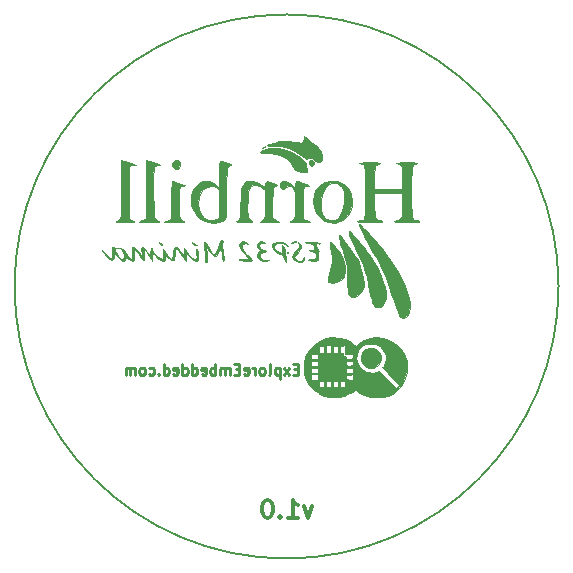
<source format=gbr>
G04 #@! TF.FileFunction,Legend,Bot*
%FSLAX46Y46*%
G04 Gerber Fmt 4.6, Leading zero omitted, Abs format (unit mm)*
G04 Created by KiCad (PCBNEW (2015-01-16 BZR 5376)-product) date 27-Apr-17 6:47:25 PM*
%MOMM*%
G01*
G04 APERTURE LIST*
%ADD10C,0.100000*%
%ADD11C,0.300000*%
%ADD12C,0.225000*%
%ADD13C,0.150000*%
%ADD14C,0.010000*%
%ADD15C,0.002540*%
G04 APERTURE END LIST*
D10*
D11*
X86496256Y-163102171D02*
X86139113Y-164102171D01*
X85781971Y-163102171D01*
X84424828Y-164102171D02*
X85281971Y-164102171D01*
X84853399Y-164102171D02*
X84853399Y-162602171D01*
X84996256Y-162816457D01*
X85139114Y-162959314D01*
X85281971Y-163030743D01*
X83781971Y-163959314D02*
X83710543Y-164030743D01*
X83781971Y-164102171D01*
X83853400Y-164030743D01*
X83781971Y-163959314D01*
X83781971Y-164102171D01*
X82781971Y-162602171D02*
X82639114Y-162602171D01*
X82496257Y-162673600D01*
X82424828Y-162745029D01*
X82353399Y-162887886D01*
X82281971Y-163173600D01*
X82281971Y-163530743D01*
X82353399Y-163816457D01*
X82424828Y-163959314D01*
X82496257Y-164030743D01*
X82639114Y-164102171D01*
X82781971Y-164102171D01*
X82924828Y-164030743D01*
X82996257Y-163959314D01*
X83067685Y-163816457D01*
X83139114Y-163530743D01*
X83139114Y-163173600D01*
X83067685Y-162887886D01*
X82996257Y-162745029D01*
X82924828Y-162673600D01*
X82781971Y-162602171D01*
D12*
X85289116Y-151548314D02*
X84989116Y-151548314D01*
X84860545Y-152019743D02*
X85289116Y-152019743D01*
X85289116Y-151119743D01*
X84860545Y-151119743D01*
X84560545Y-152019743D02*
X84089116Y-151419743D01*
X84560545Y-151419743D02*
X84089116Y-152019743D01*
X83746259Y-151419743D02*
X83746259Y-152319743D01*
X83746259Y-151462600D02*
X83660545Y-151419743D01*
X83489116Y-151419743D01*
X83403402Y-151462600D01*
X83360545Y-151505457D01*
X83317688Y-151591171D01*
X83317688Y-151848314D01*
X83360545Y-151934029D01*
X83403402Y-151976886D01*
X83489116Y-152019743D01*
X83660545Y-152019743D01*
X83746259Y-151976886D01*
X82803402Y-152019743D02*
X82889116Y-151976886D01*
X82931973Y-151891171D01*
X82931973Y-151119743D01*
X82331973Y-152019743D02*
X82417687Y-151976886D01*
X82460544Y-151934029D01*
X82503401Y-151848314D01*
X82503401Y-151591171D01*
X82460544Y-151505457D01*
X82417687Y-151462600D01*
X82331973Y-151419743D01*
X82203401Y-151419743D01*
X82117687Y-151462600D01*
X82074830Y-151505457D01*
X82031973Y-151591171D01*
X82031973Y-151848314D01*
X82074830Y-151934029D01*
X82117687Y-151976886D01*
X82203401Y-152019743D01*
X82331973Y-152019743D01*
X81646258Y-152019743D02*
X81646258Y-151419743D01*
X81646258Y-151591171D02*
X81603401Y-151505457D01*
X81560544Y-151462600D01*
X81474830Y-151419743D01*
X81389115Y-151419743D01*
X80746258Y-151976886D02*
X80831972Y-152019743D01*
X81003401Y-152019743D01*
X81089115Y-151976886D01*
X81131972Y-151891171D01*
X81131972Y-151548314D01*
X81089115Y-151462600D01*
X81003401Y-151419743D01*
X80831972Y-151419743D01*
X80746258Y-151462600D01*
X80703401Y-151548314D01*
X80703401Y-151634029D01*
X81131972Y-151719743D01*
X80317686Y-151548314D02*
X80017686Y-151548314D01*
X79889115Y-152019743D02*
X80317686Y-152019743D01*
X80317686Y-151119743D01*
X79889115Y-151119743D01*
X79503400Y-152019743D02*
X79503400Y-151419743D01*
X79503400Y-151505457D02*
X79460543Y-151462600D01*
X79374829Y-151419743D01*
X79246257Y-151419743D01*
X79160543Y-151462600D01*
X79117686Y-151548314D01*
X79117686Y-152019743D01*
X79117686Y-151548314D02*
X79074829Y-151462600D01*
X78989115Y-151419743D01*
X78860543Y-151419743D01*
X78774829Y-151462600D01*
X78731972Y-151548314D01*
X78731972Y-152019743D01*
X78303400Y-152019743D02*
X78303400Y-151119743D01*
X78303400Y-151462600D02*
X78217686Y-151419743D01*
X78046257Y-151419743D01*
X77960543Y-151462600D01*
X77917686Y-151505457D01*
X77874829Y-151591171D01*
X77874829Y-151848314D01*
X77917686Y-151934029D01*
X77960543Y-151976886D01*
X78046257Y-152019743D01*
X78217686Y-152019743D01*
X78303400Y-151976886D01*
X77146257Y-151976886D02*
X77231971Y-152019743D01*
X77403400Y-152019743D01*
X77489114Y-151976886D01*
X77531971Y-151891171D01*
X77531971Y-151548314D01*
X77489114Y-151462600D01*
X77403400Y-151419743D01*
X77231971Y-151419743D01*
X77146257Y-151462600D01*
X77103400Y-151548314D01*
X77103400Y-151634029D01*
X77531971Y-151719743D01*
X76331971Y-152019743D02*
X76331971Y-151119743D01*
X76331971Y-151976886D02*
X76417685Y-152019743D01*
X76589114Y-152019743D01*
X76674828Y-151976886D01*
X76717685Y-151934029D01*
X76760542Y-151848314D01*
X76760542Y-151591171D01*
X76717685Y-151505457D01*
X76674828Y-151462600D01*
X76589114Y-151419743D01*
X76417685Y-151419743D01*
X76331971Y-151462600D01*
X75517685Y-152019743D02*
X75517685Y-151119743D01*
X75517685Y-151976886D02*
X75603399Y-152019743D01*
X75774828Y-152019743D01*
X75860542Y-151976886D01*
X75903399Y-151934029D01*
X75946256Y-151848314D01*
X75946256Y-151591171D01*
X75903399Y-151505457D01*
X75860542Y-151462600D01*
X75774828Y-151419743D01*
X75603399Y-151419743D01*
X75517685Y-151462600D01*
X74746256Y-151976886D02*
X74831970Y-152019743D01*
X75003399Y-152019743D01*
X75089113Y-151976886D01*
X75131970Y-151891171D01*
X75131970Y-151548314D01*
X75089113Y-151462600D01*
X75003399Y-151419743D01*
X74831970Y-151419743D01*
X74746256Y-151462600D01*
X74703399Y-151548314D01*
X74703399Y-151634029D01*
X75131970Y-151719743D01*
X73931970Y-152019743D02*
X73931970Y-151119743D01*
X73931970Y-151976886D02*
X74017684Y-152019743D01*
X74189113Y-152019743D01*
X74274827Y-151976886D01*
X74317684Y-151934029D01*
X74360541Y-151848314D01*
X74360541Y-151591171D01*
X74317684Y-151505457D01*
X74274827Y-151462600D01*
X74189113Y-151419743D01*
X74017684Y-151419743D01*
X73931970Y-151462600D01*
X73503398Y-151934029D02*
X73460541Y-151976886D01*
X73503398Y-152019743D01*
X73546255Y-151976886D01*
X73503398Y-151934029D01*
X73503398Y-152019743D01*
X72689113Y-151976886D02*
X72774827Y-152019743D01*
X72946256Y-152019743D01*
X73031970Y-151976886D01*
X73074827Y-151934029D01*
X73117684Y-151848314D01*
X73117684Y-151591171D01*
X73074827Y-151505457D01*
X73031970Y-151462600D01*
X72946256Y-151419743D01*
X72774827Y-151419743D01*
X72689113Y-151462600D01*
X72174827Y-152019743D02*
X72260541Y-151976886D01*
X72303398Y-151934029D01*
X72346255Y-151848314D01*
X72346255Y-151591171D01*
X72303398Y-151505457D01*
X72260541Y-151462600D01*
X72174827Y-151419743D01*
X72046255Y-151419743D01*
X71960541Y-151462600D01*
X71917684Y-151505457D01*
X71874827Y-151591171D01*
X71874827Y-151848314D01*
X71917684Y-151934029D01*
X71960541Y-151976886D01*
X72046255Y-152019743D01*
X72174827Y-152019743D01*
X71489112Y-152019743D02*
X71489112Y-151419743D01*
X71489112Y-151505457D02*
X71446255Y-151462600D01*
X71360541Y-151419743D01*
X71231969Y-151419743D01*
X71146255Y-151462600D01*
X71103398Y-151548314D01*
X71103398Y-152019743D01*
X71103398Y-151548314D02*
X71060541Y-151462600D01*
X70974827Y-151419743D01*
X70846255Y-151419743D01*
X70760541Y-151462600D01*
X70717684Y-151548314D01*
X70717684Y-152019743D01*
D13*
X107358112Y-144526000D02*
G75*
G03X107358112Y-144526000I-23030112J0D01*
G01*
D14*
G36*
X90476546Y-139346328D02*
X90561667Y-139555998D01*
X90699908Y-139855955D01*
X90876499Y-140217450D01*
X91076668Y-140611733D01*
X91285645Y-141010055D01*
X91488661Y-141383666D01*
X91670943Y-141703816D01*
X91817723Y-141941755D01*
X91892490Y-142045267D01*
X92073618Y-142307760D01*
X92270162Y-142685376D01*
X92487629Y-143190843D01*
X92731524Y-143836893D01*
X92988516Y-144579904D01*
X93195941Y-145190017D01*
X93394448Y-145756603D01*
X93575141Y-146255512D01*
X93729123Y-146662593D01*
X93847497Y-146953696D01*
X93914456Y-147093582D01*
X93989085Y-147123268D01*
X94109824Y-147162340D01*
X94297624Y-147162731D01*
X94492533Y-147026688D01*
X94504479Y-147014885D01*
X94694967Y-146710401D01*
X94782562Y-146299877D01*
X94767887Y-145811286D01*
X94651562Y-145272599D01*
X94454281Y-144754600D01*
X94322405Y-144467160D01*
X94161113Y-144112944D01*
X94038283Y-143841604D01*
X93668504Y-143135335D01*
X93156883Y-142340795D01*
X92504786Y-141460072D01*
X92372319Y-141292204D01*
X92062155Y-140913053D01*
X91733656Y-140529303D01*
X91406112Y-140161491D01*
X91098816Y-139830155D01*
X90831060Y-139555832D01*
X90622135Y-139359059D01*
X90491334Y-139260375D01*
X90459314Y-139255696D01*
X90476546Y-139346328D01*
X90476546Y-139346328D01*
G37*
X90476546Y-139346328D02*
X90561667Y-139555998D01*
X90699908Y-139855955D01*
X90876499Y-140217450D01*
X91076668Y-140611733D01*
X91285645Y-141010055D01*
X91488661Y-141383666D01*
X91670943Y-141703816D01*
X91817723Y-141941755D01*
X91892490Y-142045267D01*
X92073618Y-142307760D01*
X92270162Y-142685376D01*
X92487629Y-143190843D01*
X92731524Y-143836893D01*
X92988516Y-144579904D01*
X93195941Y-145190017D01*
X93394448Y-145756603D01*
X93575141Y-146255512D01*
X93729123Y-146662593D01*
X93847497Y-146953696D01*
X93914456Y-147093582D01*
X93989085Y-147123268D01*
X94109824Y-147162340D01*
X94297624Y-147162731D01*
X94492533Y-147026688D01*
X94504479Y-147014885D01*
X94694967Y-146710401D01*
X94782562Y-146299877D01*
X94767887Y-145811286D01*
X94651562Y-145272599D01*
X94454281Y-144754600D01*
X94322405Y-144467160D01*
X94161113Y-144112944D01*
X94038283Y-143841604D01*
X93668504Y-143135335D01*
X93156883Y-142340795D01*
X92504786Y-141460072D01*
X92372319Y-141292204D01*
X92062155Y-140913053D01*
X91733656Y-140529303D01*
X91406112Y-140161491D01*
X91098816Y-139830155D01*
X90831060Y-139555832D01*
X90622135Y-139359059D01*
X90491334Y-139260375D01*
X90459314Y-139255696D01*
X90476546Y-139346328D01*
G36*
X89575924Y-139900067D02*
X89644402Y-140135515D01*
X89790043Y-140504276D01*
X90014679Y-141010947D01*
X90320145Y-141660125D01*
X90362856Y-141748934D01*
X90599108Y-142246195D01*
X90774968Y-142642125D01*
X90907085Y-142986185D01*
X91012104Y-143327839D01*
X91106674Y-143716549D01*
X91207440Y-144201777D01*
X91234591Y-144339082D01*
X91333006Y-144817511D01*
X91432019Y-145260661D01*
X91522688Y-145631081D01*
X91596074Y-145891320D01*
X91623698Y-145968915D01*
X91729233Y-146173497D01*
X91855252Y-146261093D01*
X92043379Y-146278600D01*
X92264864Y-146249811D01*
X92411868Y-146179799D01*
X92418118Y-146172767D01*
X92607310Y-145863026D01*
X92737536Y-145511653D01*
X92776817Y-145245638D01*
X92740962Y-144966372D01*
X92644864Y-144579349D01*
X92503644Y-144128447D01*
X92332426Y-143657545D01*
X92146333Y-143210522D01*
X91960488Y-142831257D01*
X91919747Y-142758876D01*
X91709785Y-142419797D01*
X91449602Y-142033628D01*
X91156004Y-141621692D01*
X90845794Y-141205313D01*
X90535776Y-140805817D01*
X90242757Y-140444527D01*
X89983539Y-140142767D01*
X89774927Y-139921862D01*
X89633726Y-139803136D01*
X89582776Y-139793336D01*
X89575924Y-139900067D01*
X89575924Y-139900067D01*
G37*
X89575924Y-139900067D02*
X89644402Y-140135515D01*
X89790043Y-140504276D01*
X90014679Y-141010947D01*
X90320145Y-141660125D01*
X90362856Y-141748934D01*
X90599108Y-142246195D01*
X90774968Y-142642125D01*
X90907085Y-142986185D01*
X91012104Y-143327839D01*
X91106674Y-143716549D01*
X91207440Y-144201777D01*
X91234591Y-144339082D01*
X91333006Y-144817511D01*
X91432019Y-145260661D01*
X91522688Y-145631081D01*
X91596074Y-145891320D01*
X91623698Y-145968915D01*
X91729233Y-146173497D01*
X91855252Y-146261093D01*
X92043379Y-146278600D01*
X92264864Y-146249811D01*
X92411868Y-146179799D01*
X92418118Y-146172767D01*
X92607310Y-145863026D01*
X92737536Y-145511653D01*
X92776817Y-145245638D01*
X92740962Y-144966372D01*
X92644864Y-144579349D01*
X92503644Y-144128447D01*
X92332426Y-143657545D01*
X92146333Y-143210522D01*
X91960488Y-142831257D01*
X91919747Y-142758876D01*
X91709785Y-142419797D01*
X91449602Y-142033628D01*
X91156004Y-141621692D01*
X90845794Y-141205313D01*
X90535776Y-140805817D01*
X90242757Y-140444527D01*
X89983539Y-140142767D01*
X89774927Y-139921862D01*
X89633726Y-139803136D01*
X89582776Y-139793336D01*
X89575924Y-139900067D01*
G36*
X88780064Y-140255888D02*
X88794068Y-140440160D01*
X88832181Y-140682033D01*
X88886109Y-140928122D01*
X88943169Y-141113934D01*
X89109248Y-141547101D01*
X89230924Y-141886536D01*
X89316294Y-142174186D01*
X89373457Y-142451998D01*
X89410510Y-142761919D01*
X89435552Y-143145896D01*
X89456679Y-143645876D01*
X89462729Y-143805290D01*
X89486084Y-144367102D01*
X89511923Y-144781896D01*
X89546803Y-145071938D01*
X89597284Y-145259493D01*
X89669924Y-145366827D01*
X89771282Y-145416207D01*
X89907917Y-145429898D01*
X89941400Y-145430321D01*
X90128805Y-145387876D01*
X90352195Y-145283635D01*
X90364733Y-145276097D01*
X90652187Y-145010663D01*
X90831831Y-144624998D01*
X90859948Y-144513323D01*
X90873224Y-144223755D01*
X90824054Y-143829664D01*
X90724859Y-143378411D01*
X90588058Y-142917358D01*
X90426071Y-142493868D01*
X90251317Y-142155300D01*
X90234940Y-142129934D01*
X90117719Y-141949824D01*
X89947758Y-141685556D01*
X89771999Y-141410267D01*
X89544273Y-141068549D01*
X89310884Y-140745743D01*
X89095167Y-140471276D01*
X88920458Y-140274573D01*
X88810091Y-140185061D01*
X88798465Y-140182600D01*
X88780064Y-140255888D01*
X88780064Y-140255888D01*
G37*
X88780064Y-140255888D02*
X88794068Y-140440160D01*
X88832181Y-140682033D01*
X88886109Y-140928122D01*
X88943169Y-141113934D01*
X89109248Y-141547101D01*
X89230924Y-141886536D01*
X89316294Y-142174186D01*
X89373457Y-142451998D01*
X89410510Y-142761919D01*
X89435552Y-143145896D01*
X89456679Y-143645876D01*
X89462729Y-143805290D01*
X89486084Y-144367102D01*
X89511923Y-144781896D01*
X89546803Y-145071938D01*
X89597284Y-145259493D01*
X89669924Y-145366827D01*
X89771282Y-145416207D01*
X89907917Y-145429898D01*
X89941400Y-145430321D01*
X90128805Y-145387876D01*
X90352195Y-145283635D01*
X90364733Y-145276097D01*
X90652187Y-145010663D01*
X90831831Y-144624998D01*
X90859948Y-144513323D01*
X90873224Y-144223755D01*
X90824054Y-143829664D01*
X90724859Y-143378411D01*
X90588058Y-142917358D01*
X90426071Y-142493868D01*
X90251317Y-142155300D01*
X90234940Y-142129934D01*
X90117719Y-141949824D01*
X89947758Y-141685556D01*
X89771999Y-141410267D01*
X89544273Y-141068549D01*
X89310884Y-140745743D01*
X89095167Y-140471276D01*
X88920458Y-140274573D01*
X88810091Y-140185061D01*
X88798465Y-140182600D01*
X88780064Y-140255888D01*
G36*
X88029711Y-140790227D02*
X88013988Y-140922733D01*
X88028656Y-141174779D01*
X88070308Y-141499977D01*
X88090920Y-141624136D01*
X88149145Y-141983105D01*
X88175910Y-142268756D01*
X88167434Y-142532329D01*
X88119936Y-142825064D01*
X88029636Y-143198201D01*
X87954017Y-143479502D01*
X87868926Y-143817681D01*
X87836995Y-144027878D01*
X87855219Y-144141858D01*
X87888068Y-144176705D01*
X88139870Y-144242153D01*
X88477184Y-144188826D01*
X88776217Y-144068855D01*
X89019348Y-143921921D01*
X89156225Y-143748479D01*
X89229444Y-143540631D01*
X89279063Y-143217698D01*
X89279375Y-142875263D01*
X89273356Y-142821594D01*
X89206778Y-142549749D01*
X89083270Y-142227914D01*
X88919364Y-141883094D01*
X88731593Y-141542294D01*
X88536490Y-141232519D01*
X88350589Y-140980775D01*
X88190422Y-140814066D01*
X88072524Y-140759399D01*
X88029711Y-140790227D01*
X88029711Y-140790227D01*
G37*
X88029711Y-140790227D02*
X88013988Y-140922733D01*
X88028656Y-141174779D01*
X88070308Y-141499977D01*
X88090920Y-141624136D01*
X88149145Y-141983105D01*
X88175910Y-142268756D01*
X88167434Y-142532329D01*
X88119936Y-142825064D01*
X88029636Y-143198201D01*
X87954017Y-143479502D01*
X87868926Y-143817681D01*
X87836995Y-144027878D01*
X87855219Y-144141858D01*
X87888068Y-144176705D01*
X88139870Y-144242153D01*
X88477184Y-144188826D01*
X88776217Y-144068855D01*
X89019348Y-143921921D01*
X89156225Y-143748479D01*
X89229444Y-143540631D01*
X89279063Y-143217698D01*
X89279375Y-142875263D01*
X89273356Y-142821594D01*
X89206778Y-142549749D01*
X89083270Y-142227914D01*
X88919364Y-141883094D01*
X88731593Y-141542294D01*
X88536490Y-141232519D01*
X88350589Y-140980775D01*
X88190422Y-140814066D01*
X88072524Y-140759399D01*
X88029711Y-140790227D01*
G36*
X85275178Y-140803424D02*
X85342418Y-140937719D01*
X85385985Y-141050150D01*
X85351135Y-141171637D01*
X85219432Y-141346592D01*
X85131469Y-141445963D01*
X84955907Y-141669713D01*
X84842575Y-141870644D01*
X84819066Y-141960844D01*
X84894074Y-142191763D01*
X85087975Y-142364041D01*
X85354087Y-142454511D01*
X85645728Y-142440007D01*
X85729233Y-142412527D01*
X85814741Y-142303312D01*
X85835066Y-142188706D01*
X85835066Y-142007589D01*
X85703266Y-142195761D01*
X85526018Y-142340227D01*
X85314277Y-142375029D01*
X85122065Y-142310446D01*
X85003408Y-142156754D01*
X84988400Y-142059762D01*
X85041854Y-141931498D01*
X85178489Y-141736469D01*
X85284733Y-141610785D01*
X85490561Y-141354463D01*
X85569141Y-141164558D01*
X85528661Y-141005845D01*
X85448019Y-140908314D01*
X85312408Y-140791515D01*
X85275178Y-140803424D01*
X85275178Y-140803424D01*
G37*
X85275178Y-140803424D02*
X85342418Y-140937719D01*
X85385985Y-141050150D01*
X85351135Y-141171637D01*
X85219432Y-141346592D01*
X85131469Y-141445963D01*
X84955907Y-141669713D01*
X84842575Y-141870644D01*
X84819066Y-141960844D01*
X84894074Y-142191763D01*
X85087975Y-142364041D01*
X85354087Y-142454511D01*
X85645728Y-142440007D01*
X85729233Y-142412527D01*
X85814741Y-142303312D01*
X85835066Y-142188706D01*
X85835066Y-142007589D01*
X85703266Y-142195761D01*
X85526018Y-142340227D01*
X85314277Y-142375029D01*
X85122065Y-142310446D01*
X85003408Y-142156754D01*
X84988400Y-142059762D01*
X85041854Y-141931498D01*
X85178489Y-141736469D01*
X85284733Y-141610785D01*
X85490561Y-141354463D01*
X85569141Y-141164558D01*
X85528661Y-141005845D01*
X85448019Y-140908314D01*
X85312408Y-140791515D01*
X85275178Y-140803424D01*
G36*
X83256780Y-140819639D02*
X83090316Y-140963366D01*
X83058949Y-141041270D01*
X83098907Y-141223811D01*
X83249085Y-141430840D01*
X83465171Y-141617613D01*
X83702854Y-141739385D01*
X83766359Y-141755575D01*
X83961325Y-141811790D01*
X84058857Y-141921296D01*
X84110743Y-142139454D01*
X84167702Y-142347781D01*
X84244781Y-142461483D01*
X84267424Y-142468600D01*
X84312751Y-142427906D01*
X84317640Y-142289354D01*
X84280865Y-142028237D01*
X84233099Y-141776377D01*
X84155824Y-141450218D01*
X84075947Y-141206008D01*
X84004399Y-141059617D01*
X83952108Y-141026915D01*
X83930006Y-141123772D01*
X83948657Y-141363359D01*
X83960222Y-141603573D01*
X83915092Y-141704586D01*
X83902865Y-141706600D01*
X83657428Y-141638679D01*
X83423750Y-141471516D01*
X83299761Y-141302091D01*
X83264265Y-141084130D01*
X83356066Y-140923027D01*
X83539984Y-140827943D01*
X83780837Y-140808041D01*
X84043445Y-140872485D01*
X84292628Y-141030436D01*
X84303740Y-141040613D01*
X84427748Y-141131245D01*
X84480385Y-141120285D01*
X84480400Y-141119184D01*
X84405321Y-140997241D01*
X84212779Y-140872104D01*
X83951813Y-140771408D01*
X83803066Y-140737488D01*
X83512289Y-140737029D01*
X83256780Y-140819639D01*
X83256780Y-140819639D01*
G37*
X83256780Y-140819639D02*
X83090316Y-140963366D01*
X83058949Y-141041270D01*
X83098907Y-141223811D01*
X83249085Y-141430840D01*
X83465171Y-141617613D01*
X83702854Y-141739385D01*
X83766359Y-141755575D01*
X83961325Y-141811790D01*
X84058857Y-141921296D01*
X84110743Y-142139454D01*
X84167702Y-142347781D01*
X84244781Y-142461483D01*
X84267424Y-142468600D01*
X84312751Y-142427906D01*
X84317640Y-142289354D01*
X84280865Y-142028237D01*
X84233099Y-141776377D01*
X84155824Y-141450218D01*
X84075947Y-141206008D01*
X84004399Y-141059617D01*
X83952108Y-141026915D01*
X83930006Y-141123772D01*
X83948657Y-141363359D01*
X83960222Y-141603573D01*
X83915092Y-141704586D01*
X83902865Y-141706600D01*
X83657428Y-141638679D01*
X83423750Y-141471516D01*
X83299761Y-141302091D01*
X83264265Y-141084130D01*
X83356066Y-140923027D01*
X83539984Y-140827943D01*
X83780837Y-140808041D01*
X84043445Y-140872485D01*
X84292628Y-141030436D01*
X84303740Y-141040613D01*
X84427748Y-141131245D01*
X84480385Y-141120285D01*
X84480400Y-141119184D01*
X84405321Y-140997241D01*
X84212779Y-140872104D01*
X83951813Y-140771408D01*
X83803066Y-140737488D01*
X83512289Y-140737029D01*
X83256780Y-140819639D01*
G36*
X78788979Y-140603898D02*
X78720823Y-140743024D01*
X78623274Y-140995394D01*
X78510135Y-141310696D01*
X78385379Y-141604519D01*
X78261431Y-141753034D01*
X78125903Y-141752929D01*
X77966410Y-141600894D01*
X77770565Y-141293621D01*
X77656052Y-141082475D01*
X77527416Y-140870124D01*
X77420381Y-140751182D01*
X77371660Y-140743808D01*
X77348771Y-140858172D01*
X77350761Y-141092696D01*
X77376862Y-141400158D01*
X77383178Y-141452600D01*
X77417658Y-141788794D01*
X77433968Y-142080230D01*
X77428967Y-142268193D01*
X77427351Y-142278100D01*
X77439772Y-142434806D01*
X77518073Y-142468600D01*
X77579015Y-142443909D01*
X77609531Y-142348982D01*
X77612727Y-142152544D01*
X77591711Y-141823316D01*
X77587441Y-141770100D01*
X77530618Y-141071600D01*
X77792898Y-141521370D01*
X78003560Y-141817756D01*
X78193901Y-141946808D01*
X78366584Y-141908958D01*
X78524270Y-141704638D01*
X78553733Y-141644933D01*
X78652765Y-141463507D01*
X78731380Y-141372253D01*
X78740029Y-141369766D01*
X78779915Y-141445421D01*
X78823936Y-141643977D01*
X78856798Y-141875934D01*
X78898209Y-142143539D01*
X78947979Y-142327586D01*
X78988003Y-142383934D01*
X79052142Y-142307582D01*
X79044497Y-142079720D01*
X78965210Y-141702136D01*
X78920962Y-141536385D01*
X78844177Y-141213615D01*
X78829558Y-140994057D01*
X78873735Y-140824785D01*
X78875436Y-140821020D01*
X78923942Y-140636196D01*
X78889567Y-140561849D01*
X78840856Y-140552133D01*
X78788979Y-140603898D01*
X78788979Y-140603898D01*
G37*
X78788979Y-140603898D02*
X78720823Y-140743024D01*
X78623274Y-140995394D01*
X78510135Y-141310696D01*
X78385379Y-141604519D01*
X78261431Y-141753034D01*
X78125903Y-141752929D01*
X77966410Y-141600894D01*
X77770565Y-141293621D01*
X77656052Y-141082475D01*
X77527416Y-140870124D01*
X77420381Y-140751182D01*
X77371660Y-140743808D01*
X77348771Y-140858172D01*
X77350761Y-141092696D01*
X77376862Y-141400158D01*
X77383178Y-141452600D01*
X77417658Y-141788794D01*
X77433968Y-142080230D01*
X77428967Y-142268193D01*
X77427351Y-142278100D01*
X77439772Y-142434806D01*
X77518073Y-142468600D01*
X77579015Y-142443909D01*
X77609531Y-142348982D01*
X77612727Y-142152544D01*
X77591711Y-141823316D01*
X77587441Y-141770100D01*
X77530618Y-141071600D01*
X77792898Y-141521370D01*
X78003560Y-141817756D01*
X78193901Y-141946808D01*
X78366584Y-141908958D01*
X78524270Y-141704638D01*
X78553733Y-141644933D01*
X78652765Y-141463507D01*
X78731380Y-141372253D01*
X78740029Y-141369766D01*
X78779915Y-141445421D01*
X78823936Y-141643977D01*
X78856798Y-141875934D01*
X78898209Y-142143539D01*
X78947979Y-142327586D01*
X78988003Y-142383934D01*
X79052142Y-142307582D01*
X79044497Y-142079720D01*
X78965210Y-141702136D01*
X78920962Y-141536385D01*
X78844177Y-141213615D01*
X78829558Y-140994057D01*
X78873735Y-140824785D01*
X78875436Y-140821020D01*
X78923942Y-140636196D01*
X78889567Y-140561849D01*
X78840856Y-140552133D01*
X78788979Y-140603898D01*
G36*
X86052023Y-140755834D02*
X85910504Y-140772253D01*
X85889002Y-140794039D01*
X85992207Y-140836519D01*
X86196697Y-140858909D01*
X86254338Y-140859934D01*
X86509529Y-140895300D01*
X86641516Y-141022853D01*
X86681564Y-141274771D01*
X86681733Y-141299801D01*
X86652493Y-141418547D01*
X86532797Y-141446191D01*
X86432205Y-141435196D01*
X86271483Y-141429261D01*
X86223952Y-141465036D01*
X86225535Y-141467920D01*
X86332913Y-141518589D01*
X86506813Y-141537267D01*
X86682772Y-141566736D01*
X86770007Y-141689167D01*
X86797772Y-141799963D01*
X86823066Y-142033687D01*
X86759416Y-142160268D01*
X86576366Y-142212035D01*
X86401570Y-142220551D01*
X86196703Y-142231098D01*
X86145515Y-142257473D01*
X86216066Y-142299267D01*
X86464077Y-142365873D01*
X86716859Y-142374101D01*
X86914102Y-142327301D01*
X86990027Y-142256296D01*
X87008439Y-142089728D01*
X86987540Y-141855401D01*
X86983533Y-141832963D01*
X86964258Y-141618390D01*
X87016938Y-141538800D01*
X87032746Y-141537267D01*
X87073240Y-141501910D01*
X87004404Y-141431434D01*
X86887256Y-141272926D01*
X86814592Y-141082075D01*
X86788295Y-140913528D01*
X86846280Y-140863838D01*
X86980190Y-140881062D01*
X87117741Y-140891660D01*
X87132653Y-140857993D01*
X87024625Y-140821111D01*
X86815197Y-140790019D01*
X86551720Y-140767153D01*
X86281545Y-140754946D01*
X86052023Y-140755834D01*
X86052023Y-140755834D01*
G37*
X86052023Y-140755834D02*
X85910504Y-140772253D01*
X85889002Y-140794039D01*
X85992207Y-140836519D01*
X86196697Y-140858909D01*
X86254338Y-140859934D01*
X86509529Y-140895300D01*
X86641516Y-141022853D01*
X86681564Y-141274771D01*
X86681733Y-141299801D01*
X86652493Y-141418547D01*
X86532797Y-141446191D01*
X86432205Y-141435196D01*
X86271483Y-141429261D01*
X86223952Y-141465036D01*
X86225535Y-141467920D01*
X86332913Y-141518589D01*
X86506813Y-141537267D01*
X86682772Y-141566736D01*
X86770007Y-141689167D01*
X86797772Y-141799963D01*
X86823066Y-142033687D01*
X86759416Y-142160268D01*
X86576366Y-142212035D01*
X86401570Y-142220551D01*
X86196703Y-142231098D01*
X86145515Y-142257473D01*
X86216066Y-142299267D01*
X86464077Y-142365873D01*
X86716859Y-142374101D01*
X86914102Y-142327301D01*
X86990027Y-142256296D01*
X87008439Y-142089728D01*
X86987540Y-141855401D01*
X86983533Y-141832963D01*
X86964258Y-141618390D01*
X87016938Y-141538800D01*
X87032746Y-141537267D01*
X87073240Y-141501910D01*
X87004404Y-141431434D01*
X86887256Y-141272926D01*
X86814592Y-141082075D01*
X86788295Y-140913528D01*
X86846280Y-140863838D01*
X86980190Y-140881062D01*
X87117741Y-140891660D01*
X87132653Y-140857993D01*
X87024625Y-140821111D01*
X86815197Y-140790019D01*
X86551720Y-140767153D01*
X86281545Y-140754946D01*
X86052023Y-140755834D01*
G36*
X81982010Y-140760191D02*
X81806560Y-140897583D01*
X81795662Y-141074908D01*
X81949318Y-141292178D01*
X81951813Y-141294680D01*
X82068305Y-141427523D01*
X82065295Y-141503437D01*
X81994147Y-141552888D01*
X81878215Y-141702133D01*
X81860189Y-141918569D01*
X81935271Y-142134758D01*
X82043905Y-142252133D01*
X82315755Y-142363554D01*
X82608338Y-142366768D01*
X82787066Y-142298089D01*
X82831245Y-142249057D01*
X82726255Y-142252030D01*
X82649243Y-142265566D01*
X82348140Y-142270932D01*
X82135798Y-142170053D01*
X82040821Y-141980528D01*
X82041159Y-141891406D01*
X82090787Y-141727778D01*
X82224721Y-141654880D01*
X82344174Y-141637616D01*
X82522039Y-141588500D01*
X82565333Y-141515640D01*
X82467846Y-141460549D01*
X82371859Y-141452600D01*
X82204823Y-141393316D01*
X82062915Y-141278311D01*
X81965039Y-141086100D01*
X82015588Y-140928203D01*
X82193652Y-140839152D01*
X82333316Y-140831719D01*
X82494505Y-140836957D01*
X82498273Y-140812699D01*
X82384177Y-140754958D01*
X82149972Y-140709499D01*
X81982010Y-140760191D01*
X81982010Y-140760191D01*
G37*
X81982010Y-140760191D02*
X81806560Y-140897583D01*
X81795662Y-141074908D01*
X81949318Y-141292178D01*
X81951813Y-141294680D01*
X82068305Y-141427523D01*
X82065295Y-141503437D01*
X81994147Y-141552888D01*
X81878215Y-141702133D01*
X81860189Y-141918569D01*
X81935271Y-142134758D01*
X82043905Y-142252133D01*
X82315755Y-142363554D01*
X82608338Y-142366768D01*
X82787066Y-142298089D01*
X82831245Y-142249057D01*
X82726255Y-142252030D01*
X82649243Y-142265566D01*
X82348140Y-142270932D01*
X82135798Y-142170053D01*
X82040821Y-141980528D01*
X82041159Y-141891406D01*
X82090787Y-141727778D01*
X82224721Y-141654880D01*
X82344174Y-141637616D01*
X82522039Y-141588500D01*
X82565333Y-141515640D01*
X82467846Y-141460549D01*
X82371859Y-141452600D01*
X82204823Y-141393316D01*
X82062915Y-141278311D01*
X81965039Y-141086100D01*
X82015588Y-140928203D01*
X82193652Y-140839152D01*
X82333316Y-140831719D01*
X82494505Y-140836957D01*
X82498273Y-140812699D01*
X82384177Y-140754958D01*
X82149972Y-140709499D01*
X81982010Y-140760191D01*
G36*
X80386979Y-140823916D02*
X80331733Y-141031502D01*
X80386335Y-141239899D01*
X80559168Y-141504703D01*
X80747130Y-141724131D01*
X81162527Y-142178642D01*
X80734206Y-142175454D01*
X80484224Y-142188910D01*
X80315614Y-142226804D01*
X80276476Y-142256934D01*
X80337508Y-142295359D01*
X80516221Y-142323531D01*
X80761186Y-142339919D01*
X81020977Y-142342991D01*
X81244164Y-142331216D01*
X81379321Y-142303064D01*
X81395639Y-142290251D01*
X81354633Y-142212585D01*
X81214712Y-142072429D01*
X81110937Y-141984606D01*
X80858385Y-141738938D01*
X80659214Y-141465867D01*
X80538988Y-141208613D01*
X80523267Y-141010399D01*
X80527442Y-140997988D01*
X80644425Y-140895276D01*
X80838446Y-140859834D01*
X81026600Y-140903322D01*
X81057424Y-140923434D01*
X81067781Y-140923763D01*
X80980311Y-140838767D01*
X80754130Y-140705692D01*
X80542012Y-140705003D01*
X80386979Y-140823916D01*
X80386979Y-140823916D01*
G37*
X80386979Y-140823916D02*
X80331733Y-141031502D01*
X80386335Y-141239899D01*
X80559168Y-141504703D01*
X80747130Y-141724131D01*
X81162527Y-142178642D01*
X80734206Y-142175454D01*
X80484224Y-142188910D01*
X80315614Y-142226804D01*
X80276476Y-142256934D01*
X80337508Y-142295359D01*
X80516221Y-142323531D01*
X80761186Y-142339919D01*
X81020977Y-142342991D01*
X81244164Y-142331216D01*
X81379321Y-142303064D01*
X81395639Y-142290251D01*
X81354633Y-142212585D01*
X81214712Y-142072429D01*
X81110937Y-141984606D01*
X80858385Y-141738938D01*
X80659214Y-141465867D01*
X80538988Y-141208613D01*
X80523267Y-141010399D01*
X80527442Y-140997988D01*
X80644425Y-140895276D01*
X80838446Y-140859834D01*
X81026600Y-140903322D01*
X81057424Y-140923434D01*
X81067781Y-140923763D01*
X80980311Y-140838767D01*
X80754130Y-140705692D01*
X80542012Y-140705003D01*
X80386979Y-140823916D01*
G36*
X71256425Y-141212317D02*
X71213225Y-141279402D01*
X71210394Y-141438761D01*
X71236798Y-141706600D01*
X71262740Y-141991361D01*
X71254852Y-142145979D01*
X71207470Y-142207284D01*
X71158663Y-142214600D01*
X71046624Y-142148250D01*
X70952650Y-142048438D01*
X70548519Y-142048438D01*
X70493941Y-142189197D01*
X70436210Y-142214600D01*
X70325214Y-142166906D01*
X70243377Y-142108767D01*
X70082462Y-141943168D01*
X69931011Y-141733388D01*
X69820875Y-141531474D01*
X69783903Y-141389474D01*
X69790376Y-141368511D01*
X69904905Y-141307506D01*
X70096384Y-141283267D01*
X70280059Y-141312124D01*
X70400143Y-141429297D01*
X70476120Y-141585815D01*
X70543684Y-141829890D01*
X70548519Y-142048438D01*
X70952650Y-142048438D01*
X70882779Y-141974228D01*
X70702426Y-141730071D01*
X70700900Y-141727767D01*
X70525745Y-141471229D01*
X70394842Y-141324650D01*
X70260337Y-141255895D01*
X70074380Y-141232828D01*
X69957739Y-141228693D01*
X69536733Y-141216452D01*
X69565736Y-141673193D01*
X69564688Y-141968521D01*
X69508339Y-142112369D01*
X69387686Y-142106603D01*
X69193729Y-141953086D01*
X69032003Y-141783738D01*
X68854063Y-141601261D01*
X68722723Y-141493251D01*
X68677307Y-141479471D01*
X68709384Y-141556638D01*
X68834110Y-141717680D01*
X69015325Y-141917934D01*
X69298591Y-142175289D01*
X69510284Y-142280221D01*
X69652251Y-142232898D01*
X69726334Y-142033486D01*
X69732454Y-141982997D01*
X69758842Y-141710447D01*
X70079178Y-142047190D01*
X70311613Y-142271454D01*
X70472397Y-142366082D01*
X70589012Y-142338725D01*
X70679861Y-142214362D01*
X70747444Y-142106892D01*
X70821868Y-142096585D01*
X70960276Y-142185150D01*
X71013457Y-142224333D01*
X71228007Y-142346415D01*
X71363017Y-142329411D01*
X71424698Y-142167116D01*
X71419261Y-141853326D01*
X71416167Y-141822021D01*
X71402630Y-141559235D01*
X71422107Y-141398657D01*
X71449595Y-141367934D01*
X71538384Y-141432066D01*
X71683285Y-141597532D01*
X71803311Y-141758840D01*
X72027739Y-142077862D01*
X72169826Y-142263802D01*
X72245300Y-142321621D01*
X72269888Y-142256283D01*
X72259318Y-142072750D01*
X72241525Y-141897100D01*
X72223585Y-141612791D01*
X72234284Y-141424109D01*
X72264518Y-141367934D01*
X72342426Y-141435665D01*
X72475599Y-141614162D01*
X72636682Y-141866380D01*
X72653831Y-141895174D01*
X72804787Y-142138306D01*
X72918092Y-142298005D01*
X72972482Y-142344779D01*
X72974311Y-142339674D01*
X72977154Y-142204483D01*
X72972627Y-141985329D01*
X72971736Y-141960600D01*
X72960583Y-141664267D01*
X73161672Y-141886530D01*
X73451344Y-142161699D01*
X73704365Y-142316899D01*
X73903222Y-142348607D01*
X74030404Y-142253300D01*
X74069082Y-142069091D01*
X74071764Y-141833600D01*
X74245477Y-142066434D01*
X74426793Y-142235966D01*
X74614300Y-142303741D01*
X74764324Y-142266616D01*
X74833193Y-142121449D01*
X74833805Y-142108767D01*
X74855129Y-141753635D01*
X74893430Y-141474833D01*
X74942478Y-141314448D01*
X74953509Y-141299802D01*
X75039749Y-141318269D01*
X75177759Y-141453212D01*
X75340662Y-141671146D01*
X75501576Y-141938590D01*
X75562439Y-142058332D01*
X75695302Y-142292928D01*
X75788172Y-142369572D01*
X75833062Y-142288667D01*
X75821983Y-142050617D01*
X75821271Y-142045267D01*
X75798283Y-141834029D01*
X75795783Y-141715741D01*
X75800162Y-141706600D01*
X75868031Y-141761264D01*
X76018116Y-141902518D01*
X76163145Y-142045267D01*
X76444515Y-142285815D01*
X76656580Y-142376571D01*
X76796822Y-142316753D01*
X76831331Y-142252898D01*
X76851271Y-142093164D01*
X76841782Y-141855259D01*
X76810375Y-141610629D01*
X76764562Y-141430718D01*
X76740519Y-141389163D01*
X76663036Y-141364528D01*
X76637283Y-141481493D01*
X76666382Y-141719452D01*
X76680394Y-141785719D01*
X76720495Y-142022249D01*
X76699064Y-142144171D01*
X76640344Y-142187202D01*
X76458140Y-142173439D01*
X76240273Y-142033232D01*
X76022030Y-141793888D01*
X75910155Y-141622111D01*
X75753656Y-141381535D01*
X75650988Y-141299736D01*
X75604159Y-141376571D01*
X75615175Y-141611894D01*
X75619389Y-141643100D01*
X75643769Y-141853981D01*
X75631489Y-141919128D01*
X75577105Y-141859235D01*
X75566710Y-141843425D01*
X75332134Y-141521468D01*
X75115896Y-141299225D01*
X74942648Y-141201173D01*
X74917385Y-141198600D01*
X74825381Y-141232931D01*
X74766151Y-141359568D01*
X74724828Y-141613975D01*
X74718442Y-141673181D01*
X74683729Y-141941079D01*
X74645621Y-142133776D01*
X74621597Y-142195625D01*
X74531105Y-142182382D01*
X74388179Y-142066955D01*
X74231646Y-141889797D01*
X74100334Y-141691363D01*
X74062936Y-141613570D01*
X73956639Y-141414214D01*
X73878397Y-141374352D01*
X73838663Y-141485064D01*
X73847890Y-141737428D01*
X73854733Y-141791267D01*
X73882897Y-142041695D01*
X73870058Y-142167503D01*
X73805040Y-142210757D01*
X73742276Y-142214600D01*
X73597946Y-142151666D01*
X73404333Y-141993803D01*
X73205412Y-141787423D01*
X73045159Y-141578937D01*
X72967546Y-141414758D01*
X72965733Y-141395027D01*
X72940492Y-141277688D01*
X72883021Y-141289761D01*
X72820695Y-141402164D01*
X72780892Y-141585814D01*
X72780344Y-141591973D01*
X72754066Y-141900680D01*
X72542371Y-141571960D01*
X72381061Y-141366350D01*
X72222750Y-141233584D01*
X72170567Y-141212407D01*
X72075637Y-141211664D01*
X72037510Y-141284695D01*
X72043813Y-141470758D01*
X72055192Y-141578450D01*
X72070184Y-141793529D01*
X72059020Y-141903981D01*
X72041325Y-141904463D01*
X71958906Y-141797419D01*
X71819017Y-141609632D01*
X71750253Y-141516100D01*
X71565581Y-141313283D01*
X71393000Y-141206080D01*
X71348553Y-141198600D01*
X71256425Y-141212317D01*
X71256425Y-141212317D01*
G37*
X71256425Y-141212317D02*
X71213225Y-141279402D01*
X71210394Y-141438761D01*
X71236798Y-141706600D01*
X71262740Y-141991361D01*
X71254852Y-142145979D01*
X71207470Y-142207284D01*
X71158663Y-142214600D01*
X71046624Y-142148250D01*
X70952650Y-142048438D01*
X70548519Y-142048438D01*
X70493941Y-142189197D01*
X70436210Y-142214600D01*
X70325214Y-142166906D01*
X70243377Y-142108767D01*
X70082462Y-141943168D01*
X69931011Y-141733388D01*
X69820875Y-141531474D01*
X69783903Y-141389474D01*
X69790376Y-141368511D01*
X69904905Y-141307506D01*
X70096384Y-141283267D01*
X70280059Y-141312124D01*
X70400143Y-141429297D01*
X70476120Y-141585815D01*
X70543684Y-141829890D01*
X70548519Y-142048438D01*
X70952650Y-142048438D01*
X70882779Y-141974228D01*
X70702426Y-141730071D01*
X70700900Y-141727767D01*
X70525745Y-141471229D01*
X70394842Y-141324650D01*
X70260337Y-141255895D01*
X70074380Y-141232828D01*
X69957739Y-141228693D01*
X69536733Y-141216452D01*
X69565736Y-141673193D01*
X69564688Y-141968521D01*
X69508339Y-142112369D01*
X69387686Y-142106603D01*
X69193729Y-141953086D01*
X69032003Y-141783738D01*
X68854063Y-141601261D01*
X68722723Y-141493251D01*
X68677307Y-141479471D01*
X68709384Y-141556638D01*
X68834110Y-141717680D01*
X69015325Y-141917934D01*
X69298591Y-142175289D01*
X69510284Y-142280221D01*
X69652251Y-142232898D01*
X69726334Y-142033486D01*
X69732454Y-141982997D01*
X69758842Y-141710447D01*
X70079178Y-142047190D01*
X70311613Y-142271454D01*
X70472397Y-142366082D01*
X70589012Y-142338725D01*
X70679861Y-142214362D01*
X70747444Y-142106892D01*
X70821868Y-142096585D01*
X70960276Y-142185150D01*
X71013457Y-142224333D01*
X71228007Y-142346415D01*
X71363017Y-142329411D01*
X71424698Y-142167116D01*
X71419261Y-141853326D01*
X71416167Y-141822021D01*
X71402630Y-141559235D01*
X71422107Y-141398657D01*
X71449595Y-141367934D01*
X71538384Y-141432066D01*
X71683285Y-141597532D01*
X71803311Y-141758840D01*
X72027739Y-142077862D01*
X72169826Y-142263802D01*
X72245300Y-142321621D01*
X72269888Y-142256283D01*
X72259318Y-142072750D01*
X72241525Y-141897100D01*
X72223585Y-141612791D01*
X72234284Y-141424109D01*
X72264518Y-141367934D01*
X72342426Y-141435665D01*
X72475599Y-141614162D01*
X72636682Y-141866380D01*
X72653831Y-141895174D01*
X72804787Y-142138306D01*
X72918092Y-142298005D01*
X72972482Y-142344779D01*
X72974311Y-142339674D01*
X72977154Y-142204483D01*
X72972627Y-141985329D01*
X72971736Y-141960600D01*
X72960583Y-141664267D01*
X73161672Y-141886530D01*
X73451344Y-142161699D01*
X73704365Y-142316899D01*
X73903222Y-142348607D01*
X74030404Y-142253300D01*
X74069082Y-142069091D01*
X74071764Y-141833600D01*
X74245477Y-142066434D01*
X74426793Y-142235966D01*
X74614300Y-142303741D01*
X74764324Y-142266616D01*
X74833193Y-142121449D01*
X74833805Y-142108767D01*
X74855129Y-141753635D01*
X74893430Y-141474833D01*
X74942478Y-141314448D01*
X74953509Y-141299802D01*
X75039749Y-141318269D01*
X75177759Y-141453212D01*
X75340662Y-141671146D01*
X75501576Y-141938590D01*
X75562439Y-142058332D01*
X75695302Y-142292928D01*
X75788172Y-142369572D01*
X75833062Y-142288667D01*
X75821983Y-142050617D01*
X75821271Y-142045267D01*
X75798283Y-141834029D01*
X75795783Y-141715741D01*
X75800162Y-141706600D01*
X75868031Y-141761264D01*
X76018116Y-141902518D01*
X76163145Y-142045267D01*
X76444515Y-142285815D01*
X76656580Y-142376571D01*
X76796822Y-142316753D01*
X76831331Y-142252898D01*
X76851271Y-142093164D01*
X76841782Y-141855259D01*
X76810375Y-141610629D01*
X76764562Y-141430718D01*
X76740519Y-141389163D01*
X76663036Y-141364528D01*
X76637283Y-141481493D01*
X76666382Y-141719452D01*
X76680394Y-141785719D01*
X76720495Y-142022249D01*
X76699064Y-142144171D01*
X76640344Y-142187202D01*
X76458140Y-142173439D01*
X76240273Y-142033232D01*
X76022030Y-141793888D01*
X75910155Y-141622111D01*
X75753656Y-141381535D01*
X75650988Y-141299736D01*
X75604159Y-141376571D01*
X75615175Y-141611894D01*
X75619389Y-141643100D01*
X75643769Y-141853981D01*
X75631489Y-141919128D01*
X75577105Y-141859235D01*
X75566710Y-141843425D01*
X75332134Y-141521468D01*
X75115896Y-141299225D01*
X74942648Y-141201173D01*
X74917385Y-141198600D01*
X74825381Y-141232931D01*
X74766151Y-141359568D01*
X74724828Y-141613975D01*
X74718442Y-141673181D01*
X74683729Y-141941079D01*
X74645621Y-142133776D01*
X74621597Y-142195625D01*
X74531105Y-142182382D01*
X74388179Y-142066955D01*
X74231646Y-141889797D01*
X74100334Y-141691363D01*
X74062936Y-141613570D01*
X73956639Y-141414214D01*
X73878397Y-141374352D01*
X73838663Y-141485064D01*
X73847890Y-141737428D01*
X73854733Y-141791267D01*
X73882897Y-142041695D01*
X73870058Y-142167503D01*
X73805040Y-142210757D01*
X73742276Y-142214600D01*
X73597946Y-142151666D01*
X73404333Y-141993803D01*
X73205412Y-141787423D01*
X73045159Y-141578937D01*
X72967546Y-141414758D01*
X72965733Y-141395027D01*
X72940492Y-141277688D01*
X72883021Y-141289761D01*
X72820695Y-141402164D01*
X72780892Y-141585814D01*
X72780344Y-141591973D01*
X72754066Y-141900680D01*
X72542371Y-141571960D01*
X72381061Y-141366350D01*
X72222750Y-141233584D01*
X72170567Y-141212407D01*
X72075637Y-141211664D01*
X72037510Y-141284695D01*
X72043813Y-141470758D01*
X72055192Y-141578450D01*
X72070184Y-141793529D01*
X72059020Y-141903981D01*
X72041325Y-141904463D01*
X71958906Y-141797419D01*
X71819017Y-141609632D01*
X71750253Y-141516100D01*
X71565581Y-141313283D01*
X71393000Y-141206080D01*
X71348553Y-141198600D01*
X71256425Y-141212317D01*
G36*
X84339289Y-141650156D02*
X84350911Y-141700490D01*
X84395733Y-141706600D01*
X84465423Y-141675622D01*
X84452178Y-141650156D01*
X84351698Y-141640023D01*
X84339289Y-141650156D01*
X84339289Y-141650156D01*
G37*
X84339289Y-141650156D02*
X84350911Y-141700490D01*
X84395733Y-141706600D01*
X84465423Y-141675622D01*
X84452178Y-141650156D01*
X84351698Y-141640023D01*
X84339289Y-141650156D01*
G36*
X76297013Y-140821071D02*
X76389749Y-140897596D01*
X76510934Y-140974254D01*
X76634266Y-141027739D01*
X76707507Y-141040158D01*
X76684011Y-140998402D01*
X76589116Y-140942848D01*
X76437066Y-140866731D01*
X76296490Y-140803000D01*
X76297013Y-140821071D01*
X76297013Y-140821071D01*
G37*
X76297013Y-140821071D02*
X76389749Y-140897596D01*
X76510934Y-140974254D01*
X76634266Y-141027739D01*
X76707507Y-141040158D01*
X76684011Y-140998402D01*
X76589116Y-140942848D01*
X76437066Y-140866731D01*
X76296490Y-140803000D01*
X76297013Y-140821071D01*
G36*
X73493048Y-140819159D02*
X73547600Y-140888405D01*
X73674025Y-140998923D01*
X73780459Y-141031687D01*
X73812400Y-140989912D01*
X73747015Y-140925457D01*
X73621900Y-140849051D01*
X73493234Y-140786965D01*
X73493048Y-140819159D01*
X73493048Y-140819159D01*
G37*
X73493048Y-140819159D02*
X73547600Y-140888405D01*
X73674025Y-140998923D01*
X73780459Y-141031687D01*
X73812400Y-140989912D01*
X73747015Y-140925457D01*
X73621900Y-140849051D01*
X73493234Y-140786965D01*
X73493048Y-140819159D01*
G36*
X84842151Y-140727863D02*
X84773252Y-140780900D01*
X84741701Y-140880672D01*
X84837816Y-140874662D01*
X84988400Y-140804645D01*
X85128915Y-140725255D01*
X85124454Y-140696300D01*
X85014563Y-140691848D01*
X84842151Y-140727863D01*
X84842151Y-140727863D01*
G37*
X84842151Y-140727863D02*
X84773252Y-140780900D01*
X84741701Y-140880672D01*
X84837816Y-140874662D01*
X84988400Y-140804645D01*
X85128915Y-140725255D01*
X85124454Y-140696300D01*
X85014563Y-140691848D01*
X84842151Y-140727863D01*
G36*
X87563599Y-135683601D02*
X87149602Y-135920495D01*
X86836270Y-136277424D01*
X86639735Y-136741466D01*
X86575900Y-137266524D01*
X86645504Y-137804958D01*
X86840038Y-138276935D01*
X87138080Y-138663195D01*
X87518212Y-138944473D01*
X87959013Y-139101509D01*
X88439063Y-139115039D01*
X88598739Y-139085613D01*
X89078727Y-138889841D01*
X89460932Y-138556947D01*
X89681429Y-138215428D01*
X89857022Y-137707105D01*
X89894359Y-137197550D01*
X89819680Y-136795482D01*
X89216541Y-136795482D01*
X89208756Y-137191489D01*
X89198282Y-137344515D01*
X89113504Y-137887264D01*
X88954675Y-138339906D01*
X88733928Y-138672766D01*
X88611361Y-138780005D01*
X88310149Y-138901647D01*
X87977230Y-138901194D01*
X87678378Y-138784130D01*
X87571048Y-138693272D01*
X87369659Y-138366122D01*
X87251416Y-137933891D01*
X87225486Y-137443815D01*
X87263758Y-137109644D01*
X87395845Y-136570250D01*
X87570095Y-136182747D01*
X87798475Y-135932407D01*
X88092949Y-135804504D01*
X88344046Y-135779934D01*
X88608701Y-135806443D01*
X88797094Y-135912716D01*
X88917898Y-136040459D01*
X89081299Y-136267348D01*
X89177451Y-136503229D01*
X89216541Y-136795482D01*
X89819680Y-136795482D01*
X89804589Y-136714239D01*
X89598860Y-136284651D01*
X89288319Y-135936262D01*
X88884116Y-135696551D01*
X88629066Y-135621615D01*
X88062131Y-135579667D01*
X87563599Y-135683601D01*
X87563599Y-135683601D01*
G37*
X87563599Y-135683601D02*
X87149602Y-135920495D01*
X86836270Y-136277424D01*
X86639735Y-136741466D01*
X86575900Y-137266524D01*
X86645504Y-137804958D01*
X86840038Y-138276935D01*
X87138080Y-138663195D01*
X87518212Y-138944473D01*
X87959013Y-139101509D01*
X88439063Y-139115039D01*
X88598739Y-139085613D01*
X89078727Y-138889841D01*
X89460932Y-138556947D01*
X89681429Y-138215428D01*
X89857022Y-137707105D01*
X89894359Y-137197550D01*
X89819680Y-136795482D01*
X89216541Y-136795482D01*
X89208756Y-137191489D01*
X89198282Y-137344515D01*
X89113504Y-137887264D01*
X88954675Y-138339906D01*
X88733928Y-138672766D01*
X88611361Y-138780005D01*
X88310149Y-138901647D01*
X87977230Y-138901194D01*
X87678378Y-138784130D01*
X87571048Y-138693272D01*
X87369659Y-138366122D01*
X87251416Y-137933891D01*
X87225486Y-137443815D01*
X87263758Y-137109644D01*
X87395845Y-136570250D01*
X87570095Y-136182747D01*
X87798475Y-135932407D01*
X88092949Y-135804504D01*
X88344046Y-135779934D01*
X88608701Y-135806443D01*
X88797094Y-135912716D01*
X88917898Y-136040459D01*
X89081299Y-136267348D01*
X89177451Y-136503229D01*
X89216541Y-136795482D01*
X89819680Y-136795482D01*
X89804589Y-136714239D01*
X89598860Y-136284651D01*
X89288319Y-135936262D01*
X88884116Y-135696551D01*
X88629066Y-135621615D01*
X88062131Y-135579667D01*
X87563599Y-135683601D01*
G36*
X78686612Y-133898779D02*
X78660514Y-134008153D01*
X78645965Y-134214909D01*
X78639688Y-134543564D01*
X78638400Y-134982382D01*
X78638400Y-136150281D01*
X78393852Y-135915989D01*
X78056004Y-135695268D01*
X77647745Y-135578573D01*
X77261163Y-135585481D01*
X76916964Y-135735554D01*
X76625023Y-136017234D01*
X76402166Y-136396542D01*
X76265222Y-136839500D01*
X76231017Y-137312128D01*
X76266446Y-137594065D01*
X76454918Y-138139447D01*
X76759783Y-138577408D01*
X77160651Y-138895070D01*
X77637131Y-139079553D01*
X78168836Y-139117981D01*
X78570175Y-139049135D01*
X78768710Y-138995909D01*
X78922978Y-138943544D01*
X79038547Y-138871677D01*
X79120988Y-138759942D01*
X79175868Y-138587976D01*
X79208758Y-138335414D01*
X79225225Y-137981892D01*
X79230769Y-137512896D01*
X78638400Y-137512896D01*
X78638400Y-138653192D01*
X78405566Y-138779506D01*
X78045562Y-138895558D01*
X77673647Y-138883942D01*
X77351877Y-138747561D01*
X77327225Y-138729051D01*
X77053056Y-138406844D01*
X76897596Y-137967906D01*
X76860400Y-137549309D01*
X76911870Y-136992379D01*
X77062456Y-136546171D01*
X77274707Y-136257119D01*
X77562732Y-136079387D01*
X77898039Y-136011407D01*
X78223130Y-136055772D01*
X78469066Y-136203267D01*
X78538070Y-136287382D01*
X78585443Y-136397958D01*
X78615165Y-136565775D01*
X78631217Y-136821616D01*
X78637577Y-137196261D01*
X78638400Y-137512896D01*
X79230769Y-137512896D01*
X79230839Y-137507044D01*
X79231169Y-136890508D01*
X79231066Y-136632415D01*
X79232434Y-135944322D01*
X79238579Y-135406293D01*
X79252563Y-134999069D01*
X79277446Y-134703392D01*
X79316291Y-134500000D01*
X79372159Y-134369635D01*
X79448113Y-134293037D01*
X79547213Y-134250946D01*
X79612066Y-134235655D01*
X79662205Y-134198646D01*
X79556248Y-134136650D01*
X79358066Y-134067407D01*
X79085217Y-133978856D01*
X78862128Y-133902321D01*
X78786566Y-133874104D01*
X78727537Y-133862269D01*
X78686612Y-133898779D01*
X78686612Y-133898779D01*
G37*
X78686612Y-133898779D02*
X78660514Y-134008153D01*
X78645965Y-134214909D01*
X78639688Y-134543564D01*
X78638400Y-134982382D01*
X78638400Y-136150281D01*
X78393852Y-135915989D01*
X78056004Y-135695268D01*
X77647745Y-135578573D01*
X77261163Y-135585481D01*
X76916964Y-135735554D01*
X76625023Y-136017234D01*
X76402166Y-136396542D01*
X76265222Y-136839500D01*
X76231017Y-137312128D01*
X76266446Y-137594065D01*
X76454918Y-138139447D01*
X76759783Y-138577408D01*
X77160651Y-138895070D01*
X77637131Y-139079553D01*
X78168836Y-139117981D01*
X78570175Y-139049135D01*
X78768710Y-138995909D01*
X78922978Y-138943544D01*
X79038547Y-138871677D01*
X79120988Y-138759942D01*
X79175868Y-138587976D01*
X79208758Y-138335414D01*
X79225225Y-137981892D01*
X79230769Y-137512896D01*
X78638400Y-137512896D01*
X78638400Y-138653192D01*
X78405566Y-138779506D01*
X78045562Y-138895558D01*
X77673647Y-138883942D01*
X77351877Y-138747561D01*
X77327225Y-138729051D01*
X77053056Y-138406844D01*
X76897596Y-137967906D01*
X76860400Y-137549309D01*
X76911870Y-136992379D01*
X77062456Y-136546171D01*
X77274707Y-136257119D01*
X77562732Y-136079387D01*
X77898039Y-136011407D01*
X78223130Y-136055772D01*
X78469066Y-136203267D01*
X78538070Y-136287382D01*
X78585443Y-136397958D01*
X78615165Y-136565775D01*
X78631217Y-136821616D01*
X78637577Y-137196261D01*
X78638400Y-137512896D01*
X79230769Y-137512896D01*
X79230839Y-137507044D01*
X79231169Y-136890508D01*
X79231066Y-136632415D01*
X79232434Y-135944322D01*
X79238579Y-135406293D01*
X79252563Y-134999069D01*
X79277446Y-134703392D01*
X79316291Y-134500000D01*
X79372159Y-134369635D01*
X79448113Y-134293037D01*
X79547213Y-134250946D01*
X79612066Y-134235655D01*
X79662205Y-134198646D01*
X79556248Y-134136650D01*
X79358066Y-134067407D01*
X79085217Y-133978856D01*
X78862128Y-133902321D01*
X78786566Y-133874104D01*
X78727537Y-133862269D01*
X78686612Y-133898779D01*
G36*
X90914432Y-134021016D02*
X90615008Y-134034558D01*
X90483206Y-134057052D01*
X90518313Y-134088003D01*
X90661973Y-134132410D01*
X90773784Y-134182374D01*
X90857733Y-134257914D01*
X90917810Y-134379049D01*
X90958005Y-134565798D01*
X90982306Y-134838180D01*
X90994704Y-135216214D01*
X90999186Y-135719919D01*
X90999742Y-136369316D01*
X90999733Y-136503920D01*
X90998525Y-137204968D01*
X90992513Y-137754979D01*
X90978113Y-138172246D01*
X90951745Y-138475061D01*
X90909825Y-138681716D01*
X90848771Y-138810503D01*
X90765001Y-138879714D01*
X90654933Y-138907643D01*
X90528019Y-138912600D01*
X90371821Y-138942357D01*
X90322400Y-138997267D01*
X90403912Y-139033945D01*
X90636200Y-139061221D01*
X91000895Y-139077625D01*
X91380733Y-139081934D01*
X91839208Y-139075413D01*
X92180156Y-139056829D01*
X92385208Y-139027654D01*
X92439066Y-138997267D01*
X92367032Y-138932140D01*
X92240522Y-138912600D01*
X92054279Y-138887018D01*
X91921868Y-138795175D01*
X91834934Y-138614424D01*
X91785123Y-138322118D01*
X91764080Y-137895610D01*
X91761733Y-137614767D01*
X91761733Y-136626600D01*
X94132400Y-136626600D01*
X94132400Y-137629478D01*
X94129107Y-138068402D01*
X94116333Y-138370111D01*
X94089740Y-138566642D01*
X94044986Y-138690034D01*
X93977732Y-138772328D01*
X93977566Y-138772478D01*
X93781238Y-138884083D01*
X93638900Y-138912600D01*
X93493631Y-138945533D01*
X93455066Y-138997267D01*
X93536578Y-139033945D01*
X93768867Y-139061221D01*
X94133562Y-139077625D01*
X94513400Y-139081934D01*
X94971874Y-139075413D01*
X95312823Y-139056829D01*
X95517874Y-139027654D01*
X95571733Y-138997267D01*
X95499466Y-138932950D01*
X95366114Y-138912600D01*
X95228821Y-138906431D01*
X95121107Y-138875730D01*
X95039390Y-138802204D01*
X94980087Y-138667560D01*
X94939616Y-138453508D01*
X94914394Y-138141754D01*
X94900840Y-137714006D01*
X94895371Y-137151973D01*
X94894400Y-136503920D01*
X94894672Y-135826027D01*
X94898148Y-135297447D01*
X94908818Y-134898160D01*
X94930670Y-134608147D01*
X94967694Y-134407389D01*
X95023879Y-134275867D01*
X95103214Y-134193562D01*
X95209688Y-134140454D01*
X95347291Y-134096525D01*
X95375820Y-134088003D01*
X95410334Y-134056725D01*
X95276489Y-134034339D01*
X94975032Y-134020907D01*
X94513400Y-134016488D01*
X94047098Y-134021016D01*
X93747675Y-134034558D01*
X93615873Y-134057052D01*
X93650979Y-134088003D01*
X93848692Y-134156534D01*
X93983316Y-134242754D01*
X94066924Y-134377674D01*
X94111588Y-134592304D01*
X94129382Y-134917656D01*
X94132400Y-135324634D01*
X94132400Y-136287934D01*
X91761733Y-136287934D01*
X91761733Y-135324634D01*
X91765781Y-134874899D01*
X91785975Y-134563438D01*
X91834386Y-134359239D01*
X91923088Y-134231290D01*
X92064152Y-134148581D01*
X92243154Y-134088003D01*
X92277667Y-134056725D01*
X92143823Y-134034339D01*
X91842365Y-134020907D01*
X91380733Y-134016488D01*
X90914432Y-134021016D01*
X90914432Y-134021016D01*
G37*
X90914432Y-134021016D02*
X90615008Y-134034558D01*
X90483206Y-134057052D01*
X90518313Y-134088003D01*
X90661973Y-134132410D01*
X90773784Y-134182374D01*
X90857733Y-134257914D01*
X90917810Y-134379049D01*
X90958005Y-134565798D01*
X90982306Y-134838180D01*
X90994704Y-135216214D01*
X90999186Y-135719919D01*
X90999742Y-136369316D01*
X90999733Y-136503920D01*
X90998525Y-137204968D01*
X90992513Y-137754979D01*
X90978113Y-138172246D01*
X90951745Y-138475061D01*
X90909825Y-138681716D01*
X90848771Y-138810503D01*
X90765001Y-138879714D01*
X90654933Y-138907643D01*
X90528019Y-138912600D01*
X90371821Y-138942357D01*
X90322400Y-138997267D01*
X90403912Y-139033945D01*
X90636200Y-139061221D01*
X91000895Y-139077625D01*
X91380733Y-139081934D01*
X91839208Y-139075413D01*
X92180156Y-139056829D01*
X92385208Y-139027654D01*
X92439066Y-138997267D01*
X92367032Y-138932140D01*
X92240522Y-138912600D01*
X92054279Y-138887018D01*
X91921868Y-138795175D01*
X91834934Y-138614424D01*
X91785123Y-138322118D01*
X91764080Y-137895610D01*
X91761733Y-137614767D01*
X91761733Y-136626600D01*
X94132400Y-136626600D01*
X94132400Y-137629478D01*
X94129107Y-138068402D01*
X94116333Y-138370111D01*
X94089740Y-138566642D01*
X94044986Y-138690034D01*
X93977732Y-138772328D01*
X93977566Y-138772478D01*
X93781238Y-138884083D01*
X93638900Y-138912600D01*
X93493631Y-138945533D01*
X93455066Y-138997267D01*
X93536578Y-139033945D01*
X93768867Y-139061221D01*
X94133562Y-139077625D01*
X94513400Y-139081934D01*
X94971874Y-139075413D01*
X95312823Y-139056829D01*
X95517874Y-139027654D01*
X95571733Y-138997267D01*
X95499466Y-138932950D01*
X95366114Y-138912600D01*
X95228821Y-138906431D01*
X95121107Y-138875730D01*
X95039390Y-138802204D01*
X94980087Y-138667560D01*
X94939616Y-138453508D01*
X94914394Y-138141754D01*
X94900840Y-137714006D01*
X94895371Y-137151973D01*
X94894400Y-136503920D01*
X94894672Y-135826027D01*
X94898148Y-135297447D01*
X94908818Y-134898160D01*
X94930670Y-134608147D01*
X94967694Y-134407389D01*
X95023879Y-134275867D01*
X95103214Y-134193562D01*
X95209688Y-134140454D01*
X95347291Y-134096525D01*
X95375820Y-134088003D01*
X95410334Y-134056725D01*
X95276489Y-134034339D01*
X94975032Y-134020907D01*
X94513400Y-134016488D01*
X94047098Y-134021016D01*
X93747675Y-134034558D01*
X93615873Y-134057052D01*
X93650979Y-134088003D01*
X93848692Y-134156534D01*
X93983316Y-134242754D01*
X94066924Y-134377674D01*
X94111588Y-134592304D01*
X94129382Y-134917656D01*
X94132400Y-135324634D01*
X94132400Y-136287934D01*
X91761733Y-136287934D01*
X91761733Y-135324634D01*
X91765781Y-134874899D01*
X91785975Y-134563438D01*
X91834386Y-134359239D01*
X91923088Y-134231290D01*
X92064152Y-134148581D01*
X92243154Y-134088003D01*
X92277667Y-134056725D01*
X92143823Y-134034339D01*
X91842365Y-134020907D01*
X91380733Y-134016488D01*
X90914432Y-134021016D01*
G36*
X83974518Y-135609474D02*
X83972590Y-135610498D01*
X83800303Y-135775643D01*
X83748235Y-135986504D01*
X83830407Y-136181842D01*
X83839602Y-136191422D01*
X83947134Y-136276815D01*
X84057799Y-136273144D01*
X84236165Y-136181981D01*
X84491179Y-136061283D01*
X84672434Y-136058634D01*
X84833167Y-136180072D01*
X84897588Y-136257018D01*
X84971462Y-136367526D01*
X85021243Y-136499281D01*
X85051497Y-136686124D01*
X85066788Y-136961896D01*
X85071683Y-137360437D01*
X85071770Y-137548185D01*
X85065511Y-137964914D01*
X85049377Y-138325656D01*
X85025758Y-138593562D01*
X84997044Y-138731779D01*
X84994741Y-138735906D01*
X84865793Y-138855058D01*
X84678537Y-138961863D01*
X84591138Y-139008143D01*
X84590778Y-139039279D01*
X84697415Y-139058537D01*
X84931009Y-139069183D01*
X85311515Y-139074483D01*
X85369400Y-139074925D01*
X86300733Y-139081670D01*
X86004400Y-138933635D01*
X85708066Y-138785600D01*
X85684739Y-137502642D01*
X85679889Y-136941389D01*
X85692172Y-136529763D01*
X85726789Y-136248483D01*
X85788941Y-136078262D01*
X85883828Y-135999817D01*
X86016652Y-135993864D01*
X86087577Y-136009012D01*
X86223976Y-136026917D01*
X86258400Y-136009248D01*
X86185885Y-135964800D01*
X86001625Y-135887809D01*
X85755544Y-135796089D01*
X85497568Y-135707456D01*
X85277623Y-135639728D01*
X85145634Y-135610721D01*
X85141293Y-135610600D01*
X85096185Y-135685078D01*
X85073651Y-135868197D01*
X85073066Y-135906934D01*
X85061046Y-136102908D01*
X85031492Y-136200747D01*
X85025267Y-136203267D01*
X84945803Y-136144595D01*
X84806077Y-135998246D01*
X84757608Y-135941978D01*
X84482882Y-135688194D01*
X84213697Y-135573916D01*
X83974518Y-135609474D01*
X83974518Y-135609474D01*
G37*
X83974518Y-135609474D02*
X83972590Y-135610498D01*
X83800303Y-135775643D01*
X83748235Y-135986504D01*
X83830407Y-136181842D01*
X83839602Y-136191422D01*
X83947134Y-136276815D01*
X84057799Y-136273144D01*
X84236165Y-136181981D01*
X84491179Y-136061283D01*
X84672434Y-136058634D01*
X84833167Y-136180072D01*
X84897588Y-136257018D01*
X84971462Y-136367526D01*
X85021243Y-136499281D01*
X85051497Y-136686124D01*
X85066788Y-136961896D01*
X85071683Y-137360437D01*
X85071770Y-137548185D01*
X85065511Y-137964914D01*
X85049377Y-138325656D01*
X85025758Y-138593562D01*
X84997044Y-138731779D01*
X84994741Y-138735906D01*
X84865793Y-138855058D01*
X84678537Y-138961863D01*
X84591138Y-139008143D01*
X84590778Y-139039279D01*
X84697415Y-139058537D01*
X84931009Y-139069183D01*
X85311515Y-139074483D01*
X85369400Y-139074925D01*
X86300733Y-139081670D01*
X86004400Y-138933635D01*
X85708066Y-138785600D01*
X85684739Y-137502642D01*
X85679889Y-136941389D01*
X85692172Y-136529763D01*
X85726789Y-136248483D01*
X85788941Y-136078262D01*
X85883828Y-135999817D01*
X86016652Y-135993864D01*
X86087577Y-136009012D01*
X86223976Y-136026917D01*
X86258400Y-136009248D01*
X86185885Y-135964800D01*
X86001625Y-135887809D01*
X85755544Y-135796089D01*
X85497568Y-135707456D01*
X85277623Y-135639728D01*
X85145634Y-135610721D01*
X85141293Y-135610600D01*
X85096185Y-135685078D01*
X85073651Y-135868197D01*
X85073066Y-135906934D01*
X85061046Y-136102908D01*
X85031492Y-136200747D01*
X85025267Y-136203267D01*
X84945803Y-136144595D01*
X84806077Y-135998246D01*
X84757608Y-135941978D01*
X84482882Y-135688194D01*
X84213697Y-135573916D01*
X83974518Y-135609474D01*
G36*
X81057351Y-135607619D02*
X81018904Y-135619858D01*
X80831003Y-135708411D01*
X80688681Y-135840964D01*
X80584651Y-136040740D01*
X80511625Y-136330961D01*
X80462315Y-136734849D01*
X80429433Y-137275629D01*
X80419439Y-137530025D01*
X80401042Y-137978190D01*
X80380374Y-138363154D01*
X80359438Y-138654715D01*
X80340240Y-138822674D01*
X80331733Y-138851038D01*
X80231236Y-138917456D01*
X80120066Y-138982206D01*
X80072803Y-139026498D01*
X80133769Y-139055018D01*
X80321844Y-139070553D01*
X80655908Y-139075890D01*
X80755066Y-139075969D01*
X81122570Y-139073912D01*
X81342618Y-139065476D01*
X81437080Y-139045901D01*
X81427827Y-139010427D01*
X81336728Y-138954294D01*
X81330259Y-138950774D01*
X81194289Y-138846840D01*
X81099063Y-138689972D01*
X81040236Y-138455623D01*
X81013461Y-138119245D01*
X81014393Y-137656292D01*
X81028969Y-137249038D01*
X81054173Y-136799434D01*
X81086702Y-136487543D01*
X81131963Y-136281758D01*
X81195366Y-136150469D01*
X81222780Y-136116338D01*
X81455731Y-135975596D01*
X81756750Y-135956883D01*
X82078876Y-136057964D01*
X82249908Y-136165242D01*
X82533066Y-136381218D01*
X82533066Y-137503727D01*
X82529084Y-137999884D01*
X82512053Y-138356433D01*
X82474345Y-138603013D01*
X82408332Y-138769262D01*
X82306387Y-138884818D01*
X82160883Y-138979320D01*
X82152066Y-138984166D01*
X82108466Y-139026978D01*
X82175703Y-139055298D01*
X82371687Y-139071636D01*
X82714329Y-139078501D01*
X82829400Y-139079042D01*
X83676066Y-139081301D01*
X83400900Y-138913528D01*
X83125733Y-138745756D01*
X83127030Y-137495678D01*
X83131522Y-137047818D01*
X83143006Y-136657762D01*
X83159947Y-136358050D01*
X83180806Y-136181225D01*
X83190530Y-136151178D01*
X83314069Y-136054758D01*
X83459803Y-135992047D01*
X83554659Y-135951667D01*
X83543331Y-135909006D01*
X83406042Y-135849261D01*
X83163470Y-135770216D01*
X82847282Y-135673236D01*
X82659687Y-135630136D01*
X82567145Y-135645936D01*
X82536116Y-135725659D01*
X82533066Y-135864600D01*
X82521076Y-136047282D01*
X82465803Y-136102991D01*
X82338296Y-136035398D01*
X82181606Y-135909160D01*
X81817987Y-135685357D01*
X81425424Y-135580411D01*
X81057351Y-135607619D01*
X81057351Y-135607619D01*
G37*
X81057351Y-135607619D02*
X81018904Y-135619858D01*
X80831003Y-135708411D01*
X80688681Y-135840964D01*
X80584651Y-136040740D01*
X80511625Y-136330961D01*
X80462315Y-136734849D01*
X80429433Y-137275629D01*
X80419439Y-137530025D01*
X80401042Y-137978190D01*
X80380374Y-138363154D01*
X80359438Y-138654715D01*
X80340240Y-138822674D01*
X80331733Y-138851038D01*
X80231236Y-138917456D01*
X80120066Y-138982206D01*
X80072803Y-139026498D01*
X80133769Y-139055018D01*
X80321844Y-139070553D01*
X80655908Y-139075890D01*
X80755066Y-139075969D01*
X81122570Y-139073912D01*
X81342618Y-139065476D01*
X81437080Y-139045901D01*
X81427827Y-139010427D01*
X81336728Y-138954294D01*
X81330259Y-138950774D01*
X81194289Y-138846840D01*
X81099063Y-138689972D01*
X81040236Y-138455623D01*
X81013461Y-138119245D01*
X81014393Y-137656292D01*
X81028969Y-137249038D01*
X81054173Y-136799434D01*
X81086702Y-136487543D01*
X81131963Y-136281758D01*
X81195366Y-136150469D01*
X81222780Y-136116338D01*
X81455731Y-135975596D01*
X81756750Y-135956883D01*
X82078876Y-136057964D01*
X82249908Y-136165242D01*
X82533066Y-136381218D01*
X82533066Y-137503727D01*
X82529084Y-137999884D01*
X82512053Y-138356433D01*
X82474345Y-138603013D01*
X82408332Y-138769262D01*
X82306387Y-138884818D01*
X82160883Y-138979320D01*
X82152066Y-138984166D01*
X82108466Y-139026978D01*
X82175703Y-139055298D01*
X82371687Y-139071636D01*
X82714329Y-139078501D01*
X82829400Y-139079042D01*
X83676066Y-139081301D01*
X83400900Y-138913528D01*
X83125733Y-138745756D01*
X83127030Y-137495678D01*
X83131522Y-137047818D01*
X83143006Y-136657762D01*
X83159947Y-136358050D01*
X83180806Y-136181225D01*
X83190530Y-136151178D01*
X83314069Y-136054758D01*
X83459803Y-135992047D01*
X83554659Y-135951667D01*
X83543331Y-135909006D01*
X83406042Y-135849261D01*
X83163470Y-135770216D01*
X82847282Y-135673236D01*
X82659687Y-135630136D01*
X82567145Y-135645936D01*
X82536116Y-135725659D01*
X82533066Y-135864600D01*
X82521076Y-136047282D01*
X82465803Y-136102991D01*
X82338296Y-136035398D01*
X82181606Y-135909160D01*
X81817987Y-135685357D01*
X81425424Y-135580411D01*
X81057351Y-135607619D01*
G36*
X74619292Y-135691745D02*
X74599216Y-135914824D01*
X74580935Y-136254934D01*
X74565846Y-136685926D01*
X74555343Y-137181650D01*
X74555101Y-137198100D01*
X74532066Y-138785600D01*
X73939400Y-139081670D01*
X74870733Y-139074925D01*
X75270965Y-139070331D01*
X75522004Y-139061180D01*
X75643986Y-139043964D01*
X75657050Y-139015170D01*
X75581330Y-138971288D01*
X75548923Y-138956683D01*
X75408854Y-138878824D01*
X75309623Y-138770166D01*
X75244453Y-138603039D01*
X75206566Y-138349774D01*
X75189181Y-137982698D01*
X75185522Y-137474143D01*
X75185523Y-137473267D01*
X75190680Y-136933600D01*
X75207541Y-136540900D01*
X75241210Y-136272930D01*
X75296789Y-136107452D01*
X75379383Y-136022229D01*
X75494095Y-135995023D01*
X75524860Y-135994625D01*
X75675971Y-135984028D01*
X75710502Y-135956480D01*
X75614794Y-135912505D01*
X75411653Y-135839558D01*
X75156390Y-135755441D01*
X74904316Y-135677956D01*
X74710743Y-135624907D01*
X74639768Y-135611847D01*
X74619292Y-135691745D01*
X74619292Y-135691745D01*
G37*
X74619292Y-135691745D02*
X74599216Y-135914824D01*
X74580935Y-136254934D01*
X74565846Y-136685926D01*
X74555343Y-137181650D01*
X74555101Y-137198100D01*
X74532066Y-138785600D01*
X73939400Y-139081670D01*
X74870733Y-139074925D01*
X75270965Y-139070331D01*
X75522004Y-139061180D01*
X75643986Y-139043964D01*
X75657050Y-139015170D01*
X75581330Y-138971288D01*
X75548923Y-138956683D01*
X75408854Y-138878824D01*
X75309623Y-138770166D01*
X75244453Y-138603039D01*
X75206566Y-138349774D01*
X75189181Y-137982698D01*
X75185522Y-137474143D01*
X75185523Y-137473267D01*
X75190680Y-136933600D01*
X75207541Y-136540900D01*
X75241210Y-136272930D01*
X75296789Y-136107452D01*
X75379383Y-136022229D01*
X75494095Y-135995023D01*
X75524860Y-135994625D01*
X75675971Y-135984028D01*
X75710502Y-135956480D01*
X75614794Y-135912505D01*
X75411653Y-135839558D01*
X75156390Y-135755441D01*
X74904316Y-135677956D01*
X74710743Y-135624907D01*
X74639768Y-135611847D01*
X74619292Y-135691745D01*
G36*
X72437835Y-136315439D02*
X72415400Y-138785600D01*
X72119066Y-138933635D01*
X71822733Y-139081670D01*
X72754066Y-139074925D01*
X73154009Y-139070057D01*
X73404584Y-139060244D01*
X73525751Y-139042220D01*
X73537467Y-139012720D01*
X73459691Y-138968478D01*
X73444929Y-138961863D01*
X73248079Y-138848201D01*
X73128725Y-138735906D01*
X73108557Y-138622068D01*
X73091151Y-138367540D01*
X73076687Y-138000942D01*
X73065341Y-137550897D01*
X73057290Y-137046027D01*
X73052712Y-136514955D01*
X73051784Y-135986302D01*
X73054685Y-135488691D01*
X73061590Y-135050744D01*
X73072678Y-134701083D01*
X73088125Y-134468330D01*
X73101792Y-134389858D01*
X73225085Y-134285962D01*
X73412236Y-134255934D01*
X73583834Y-134245703D01*
X73611407Y-134212400D01*
X73488829Y-134152109D01*
X73209977Y-134060911D01*
X73020728Y-134005555D01*
X72460271Y-133845278D01*
X72437835Y-136315439D01*
X72437835Y-136315439D01*
G37*
X72437835Y-136315439D02*
X72415400Y-138785600D01*
X72119066Y-138933635D01*
X71822733Y-139081670D01*
X72754066Y-139074925D01*
X73154009Y-139070057D01*
X73404584Y-139060244D01*
X73525751Y-139042220D01*
X73537467Y-139012720D01*
X73459691Y-138968478D01*
X73444929Y-138961863D01*
X73248079Y-138848201D01*
X73128725Y-138735906D01*
X73108557Y-138622068D01*
X73091151Y-138367540D01*
X73076687Y-138000942D01*
X73065341Y-137550897D01*
X73057290Y-137046027D01*
X73052712Y-136514955D01*
X73051784Y-135986302D01*
X73054685Y-135488691D01*
X73061590Y-135050744D01*
X73072678Y-134701083D01*
X73088125Y-134468330D01*
X73101792Y-134389858D01*
X73225085Y-134285962D01*
X73412236Y-134255934D01*
X73583834Y-134245703D01*
X73611407Y-134212400D01*
X73488829Y-134152109D01*
X73209977Y-134060911D01*
X73020728Y-134005555D01*
X72460271Y-133845278D01*
X72437835Y-136315439D01*
G36*
X70339770Y-136228838D02*
X70336832Y-136852348D01*
X70329184Y-137423592D01*
X70317525Y-137919774D01*
X70302556Y-138318100D01*
X70284978Y-138595774D01*
X70265490Y-138730002D01*
X70262741Y-138735906D01*
X70133877Y-138855204D01*
X69946537Y-138962528D01*
X69858569Y-139009245D01*
X69858464Y-139040035D01*
X69966188Y-139058011D01*
X70201706Y-139066289D01*
X70584983Y-139067984D01*
X70622158Y-139067929D01*
X71022812Y-139066392D01*
X71274672Y-139060384D01*
X71398274Y-139045315D01*
X71414156Y-139016592D01*
X71342857Y-138969625D01*
X71257158Y-138925974D01*
X70976066Y-138785600D01*
X70976066Y-134298267D01*
X71272400Y-134250670D01*
X71568733Y-134203074D01*
X71187733Y-134098364D01*
X70898188Y-134016109D01*
X70636795Y-133937574D01*
X70573900Y-133917531D01*
X70341066Y-133841409D01*
X70339770Y-136228838D01*
X70339770Y-136228838D01*
G37*
X70339770Y-136228838D02*
X70336832Y-136852348D01*
X70329184Y-137423592D01*
X70317525Y-137919774D01*
X70302556Y-138318100D01*
X70284978Y-138595774D01*
X70265490Y-138730002D01*
X70262741Y-138735906D01*
X70133877Y-138855204D01*
X69946537Y-138962528D01*
X69858569Y-139009245D01*
X69858464Y-139040035D01*
X69966188Y-139058011D01*
X70201706Y-139066289D01*
X70584983Y-139067984D01*
X70622158Y-139067929D01*
X71022812Y-139066392D01*
X71274672Y-139060384D01*
X71398274Y-139045315D01*
X71414156Y-139016592D01*
X71342857Y-138969625D01*
X71257158Y-138925974D01*
X70976066Y-138785600D01*
X70976066Y-134298267D01*
X71272400Y-134250670D01*
X71568733Y-134203074D01*
X71187733Y-134098364D01*
X70898188Y-134016109D01*
X70636795Y-133937574D01*
X70573900Y-133917531D01*
X70341066Y-133841409D01*
X70339770Y-136228838D01*
G36*
X82829372Y-132840950D02*
X82555501Y-132908479D01*
X82306628Y-132991947D01*
X82127592Y-133075988D01*
X82063233Y-133145233D01*
X82066207Y-133153336D01*
X82162345Y-133186722D01*
X82385840Y-133222745D01*
X82694946Y-133255217D01*
X82817901Y-133264758D01*
X83441404Y-133344214D01*
X83936018Y-133495519D01*
X84333152Y-133735937D01*
X84664213Y-134082738D01*
X84870670Y-134393301D01*
X85049125Y-134625772D01*
X85277062Y-134766540D01*
X85596613Y-134834053D01*
X85908176Y-134847668D01*
X86041054Y-134830112D01*
X86078168Y-134742423D01*
X86053800Y-134573434D01*
X86014341Y-134334829D01*
X85996499Y-134151378D01*
X85923299Y-134001167D01*
X85726490Y-133797450D01*
X85433598Y-133563093D01*
X85072146Y-133320960D01*
X84819066Y-133173308D01*
X84245179Y-132939053D01*
X83603399Y-132814525D01*
X83083400Y-132804729D01*
X82829372Y-132840950D01*
X82829372Y-132840950D01*
G37*
X82829372Y-132840950D02*
X82555501Y-132908479D01*
X82306628Y-132991947D01*
X82127592Y-133075988D01*
X82063233Y-133145233D01*
X82066207Y-133153336D01*
X82162345Y-133186722D01*
X82385840Y-133222745D01*
X82694946Y-133255217D01*
X82817901Y-133264758D01*
X83441404Y-133344214D01*
X83936018Y-133495519D01*
X84333152Y-133735937D01*
X84664213Y-134082738D01*
X84870670Y-134393301D01*
X85049125Y-134625772D01*
X85277062Y-134766540D01*
X85596613Y-134834053D01*
X85908176Y-134847668D01*
X86041054Y-134830112D01*
X86078168Y-134742423D01*
X86053800Y-134573434D01*
X86014341Y-134334829D01*
X85996499Y-134151378D01*
X85923299Y-134001167D01*
X85726490Y-133797450D01*
X85433598Y-133563093D01*
X85072146Y-133320960D01*
X84819066Y-133173308D01*
X84245179Y-132939053D01*
X83603399Y-132814525D01*
X83083400Y-132804729D01*
X82829372Y-132840950D01*
G36*
X74847200Y-133850731D02*
X74690621Y-133965941D01*
X74609044Y-134139635D01*
X74640110Y-134337204D01*
X74701089Y-134424923D01*
X74895000Y-134573396D01*
X75077147Y-134558907D01*
X75203352Y-134461553D01*
X75323232Y-134248619D01*
X75301281Y-134028995D01*
X75234800Y-133934200D01*
X75041140Y-133828615D01*
X74847200Y-133850731D01*
X74847200Y-133850731D01*
G37*
X74847200Y-133850731D02*
X74690621Y-133965941D01*
X74609044Y-134139635D01*
X74640110Y-134337204D01*
X74701089Y-134424923D01*
X74895000Y-134573396D01*
X75077147Y-134558907D01*
X75203352Y-134461553D01*
X75323232Y-134248619D01*
X75301281Y-134028995D01*
X75234800Y-133934200D01*
X75041140Y-133828615D01*
X74847200Y-133850731D01*
G36*
X86406945Y-133847829D02*
X86255315Y-133921324D01*
X86216066Y-134085441D01*
X86273819Y-134266862D01*
X86410846Y-134325117D01*
X86572800Y-134241059D01*
X86593158Y-134218310D01*
X86664501Y-134040555D01*
X86603257Y-133897779D01*
X86437041Y-133844923D01*
X86406945Y-133847829D01*
X86406945Y-133847829D01*
G37*
X86406945Y-133847829D02*
X86255315Y-133921324D01*
X86216066Y-134085441D01*
X86273819Y-134266862D01*
X86410846Y-134325117D01*
X86572800Y-134241059D01*
X86593158Y-134218310D01*
X86664501Y-134040555D01*
X86603257Y-133897779D01*
X86437041Y-133844923D01*
X86406945Y-133847829D01*
G36*
X85780709Y-132051223D02*
X85723411Y-132247400D01*
X85658290Y-132355524D01*
X85657612Y-132355953D01*
X85547112Y-132361198D01*
X85313823Y-132337273D01*
X85000821Y-132289106D01*
X84874303Y-132266291D01*
X84496284Y-132201743D01*
X84213219Y-132176004D01*
X83955333Y-132188664D01*
X83652851Y-132239317D01*
X83558655Y-132258583D01*
X83232697Y-132338334D01*
X82953423Y-132427499D01*
X82780280Y-132507044D01*
X82778212Y-132508472D01*
X82704238Y-132570042D01*
X82715483Y-132606690D01*
X82836126Y-132624367D01*
X83090345Y-132629022D01*
X83265546Y-132628387D01*
X83889768Y-132671647D01*
X84469450Y-132819375D01*
X85042438Y-133086015D01*
X85646577Y-133486009D01*
X85781153Y-133588464D01*
X85964937Y-133707915D01*
X86099144Y-133717745D01*
X86185270Y-133675711D01*
X86404305Y-133628996D01*
X86636773Y-133743053D01*
X86762564Y-133870311D01*
X86953255Y-133989380D01*
X87165783Y-133965679D01*
X87257466Y-133900334D01*
X87342891Y-133710806D01*
X87346632Y-133439675D01*
X87270162Y-133152846D01*
X87239290Y-133087562D01*
X87090188Y-132862837D01*
X86894855Y-132644002D01*
X86691279Y-132465126D01*
X86642324Y-132435600D01*
X83379733Y-132435600D01*
X83337400Y-132477934D01*
X83295066Y-132435600D01*
X83337400Y-132393267D01*
X83379733Y-132435600D01*
X86642324Y-132435600D01*
X86517445Y-132360283D01*
X86421967Y-132354497D01*
X86355922Y-132371558D01*
X86371493Y-132331102D01*
X86344014Y-132231768D01*
X86211060Y-132084082D01*
X86129486Y-132016547D01*
X85832889Y-131790322D01*
X85780709Y-132051223D01*
X85780709Y-132051223D01*
G37*
X85780709Y-132051223D02*
X85723411Y-132247400D01*
X85658290Y-132355524D01*
X85657612Y-132355953D01*
X85547112Y-132361198D01*
X85313823Y-132337273D01*
X85000821Y-132289106D01*
X84874303Y-132266291D01*
X84496284Y-132201743D01*
X84213219Y-132176004D01*
X83955333Y-132188664D01*
X83652851Y-132239317D01*
X83558655Y-132258583D01*
X83232697Y-132338334D01*
X82953423Y-132427499D01*
X82780280Y-132507044D01*
X82778212Y-132508472D01*
X82704238Y-132570042D01*
X82715483Y-132606690D01*
X82836126Y-132624367D01*
X83090345Y-132629022D01*
X83265546Y-132628387D01*
X83889768Y-132671647D01*
X84469450Y-132819375D01*
X85042438Y-133086015D01*
X85646577Y-133486009D01*
X85781153Y-133588464D01*
X85964937Y-133707915D01*
X86099144Y-133717745D01*
X86185270Y-133675711D01*
X86404305Y-133628996D01*
X86636773Y-133743053D01*
X86762564Y-133870311D01*
X86953255Y-133989380D01*
X87165783Y-133965679D01*
X87257466Y-133900334D01*
X87342891Y-133710806D01*
X87346632Y-133439675D01*
X87270162Y-133152846D01*
X87239290Y-133087562D01*
X87090188Y-132862837D01*
X86894855Y-132644002D01*
X86691279Y-132465126D01*
X86642324Y-132435600D01*
X83379733Y-132435600D01*
X83337400Y-132477934D01*
X83295066Y-132435600D01*
X83337400Y-132393267D01*
X83379733Y-132435600D01*
X86642324Y-132435600D01*
X86517445Y-132360283D01*
X86421967Y-132354497D01*
X86355922Y-132371558D01*
X86371493Y-132331102D01*
X86344014Y-132231768D01*
X86211060Y-132084082D01*
X86129486Y-132016547D01*
X85832889Y-131790322D01*
X85780709Y-132051223D01*
G36*
X82279066Y-132774267D02*
X82321400Y-132816600D01*
X82363733Y-132774267D01*
X82321400Y-132731934D01*
X82279066Y-132774267D01*
X82279066Y-132774267D01*
G37*
X82279066Y-132774267D02*
X82321400Y-132816600D01*
X82363733Y-132774267D01*
X82321400Y-132731934D01*
X82279066Y-132774267D01*
G36*
X82448400Y-132689600D02*
X82490733Y-132731934D01*
X82533066Y-132689600D01*
X82490733Y-132647267D01*
X82448400Y-132689600D01*
X82448400Y-132689600D01*
G37*
X82448400Y-132689600D02*
X82490733Y-132731934D01*
X82533066Y-132689600D01*
X82490733Y-132647267D01*
X82448400Y-132689600D01*
D15*
G36*
X85811360Y-151396700D02*
X85818980Y-151724360D01*
X85834220Y-151958040D01*
X85869780Y-152138380D01*
X85925660Y-152303480D01*
X85968840Y-152397460D01*
X86268560Y-152897840D01*
X86352380Y-152986740D01*
X86352380Y-150235920D01*
X86680040Y-150235920D01*
X86873080Y-150238460D01*
X86967060Y-150263860D01*
X87002620Y-150329900D01*
X87007700Y-150418800D01*
X86989920Y-150581360D01*
X86921340Y-150660100D01*
X86771480Y-150677880D01*
X86654640Y-150672800D01*
X86487000Y-150652480D01*
X86405720Y-150599140D01*
X86377780Y-150482300D01*
X86372700Y-150444200D01*
X86352380Y-150235920D01*
X86352380Y-152986740D01*
X86360000Y-152996900D01*
X86360000Y-152427940D01*
X86360000Y-152204420D01*
X86360000Y-151978360D01*
X86360000Y-151848820D01*
X86360000Y-151622760D01*
X86360000Y-151396700D01*
X86360000Y-151267160D01*
X86360000Y-151043640D01*
X86360000Y-150817580D01*
X86682580Y-150817580D01*
X87007700Y-150817580D01*
X87007700Y-151043640D01*
X87007700Y-151267160D01*
X86682580Y-151267160D01*
X86360000Y-151267160D01*
X86360000Y-151396700D01*
X86682580Y-151396700D01*
X87007700Y-151396700D01*
X87007700Y-151622760D01*
X87007700Y-151848820D01*
X86682580Y-151848820D01*
X86360000Y-151848820D01*
X86360000Y-151978360D01*
X86682580Y-151978360D01*
X87007700Y-151978360D01*
X87007700Y-152204420D01*
X87007700Y-152427940D01*
X86682580Y-152427940D01*
X86360000Y-152427940D01*
X86360000Y-152996900D01*
X86641940Y-153296620D01*
X87071200Y-153583640D01*
X87071200Y-152786080D01*
X87071200Y-150172420D01*
X87071200Y-149844760D01*
X87071200Y-149517100D01*
X87279480Y-149537420D01*
X87406480Y-149557740D01*
X87472520Y-149613620D01*
X87500460Y-149738080D01*
X87510620Y-149865080D01*
X87528400Y-150172420D01*
X87299800Y-150172420D01*
X87071200Y-150172420D01*
X87071200Y-152786080D01*
X87076280Y-152605740D01*
X87109300Y-152521920D01*
X87195660Y-152493980D01*
X87297260Y-152493980D01*
X87436960Y-152499060D01*
X87500460Y-152539700D01*
X87520780Y-152654000D01*
X87520780Y-152786080D01*
X87518240Y-152963880D01*
X87485220Y-153045160D01*
X87398860Y-153073100D01*
X87297260Y-153075640D01*
X87157560Y-153068020D01*
X87091520Y-153027380D01*
X87073740Y-152913080D01*
X87071200Y-152786080D01*
X87071200Y-153583640D01*
X87101680Y-153606500D01*
X87503000Y-153784300D01*
X87650320Y-153827480D01*
X87650320Y-152786080D01*
X87650320Y-150172420D01*
X87650320Y-149849840D01*
X87650320Y-149524720D01*
X87876380Y-149524720D01*
X88102440Y-149524720D01*
X88102440Y-149849840D01*
X88102440Y-150172420D01*
X87876380Y-150172420D01*
X87650320Y-150172420D01*
X87650320Y-152786080D01*
X87657940Y-152605740D01*
X87690960Y-152521920D01*
X87777320Y-152493980D01*
X87876380Y-152493980D01*
X88016080Y-152499060D01*
X88082120Y-152539700D01*
X88102440Y-152654000D01*
X88102440Y-152786080D01*
X88097360Y-152963880D01*
X88064340Y-153045160D01*
X87977980Y-153073100D01*
X87876380Y-153075640D01*
X87739220Y-153068020D01*
X87673180Y-153027380D01*
X87652860Y-152913080D01*
X87650320Y-152786080D01*
X87650320Y-153827480D01*
X87739220Y-153857960D01*
X87950040Y-153898600D01*
X88196420Y-153908760D01*
X88247220Y-153906220D01*
X88247220Y-152786080D01*
X88252300Y-152605740D01*
X88265000Y-152565100D01*
X88265000Y-149959060D01*
X88265000Y-149849840D01*
X88270080Y-149669500D01*
X88305640Y-149580600D01*
X88394540Y-149547580D01*
X88473280Y-149537420D01*
X88681560Y-149517100D01*
X88681560Y-149849840D01*
X88681560Y-150180040D01*
X88473280Y-150157180D01*
X88343740Y-150139400D01*
X88285320Y-150086060D01*
X88265000Y-149959060D01*
X88265000Y-152565100D01*
X88280240Y-152521920D01*
X88366600Y-152493980D01*
X88463120Y-152493980D01*
X88600280Y-152499060D01*
X88663780Y-152542240D01*
X88681560Y-152656540D01*
X88681560Y-152786080D01*
X88679020Y-152963880D01*
X88646000Y-153045160D01*
X88559640Y-153073100D01*
X88468200Y-153075640D01*
X88336120Y-153068020D01*
X88272620Y-153022300D01*
X88252300Y-152908000D01*
X88247220Y-152786080D01*
X88247220Y-153906220D01*
X88478360Y-153901140D01*
X88798400Y-153878280D01*
X88859360Y-153865580D01*
X88859360Y-152915620D01*
X88861900Y-152882600D01*
X88861900Y-149606000D01*
X88905080Y-149567900D01*
X89034620Y-149539960D01*
X89049860Y-149539960D01*
X89258140Y-149517100D01*
X89275920Y-149890480D01*
X89296240Y-150263860D01*
X89329260Y-150261320D01*
X89329260Y-149946360D01*
X89329260Y-149687280D01*
X89359740Y-149654260D01*
X89392760Y-149687280D01*
X89359740Y-149717760D01*
X89329260Y-149687280D01*
X89329260Y-149946360D01*
X89359740Y-149913340D01*
X89392760Y-149946360D01*
X89359740Y-149979380D01*
X89329260Y-149946360D01*
X89329260Y-150261320D01*
X89634060Y-150243540D01*
X89832180Y-150235920D01*
X89933780Y-150253700D01*
X89969340Y-150312120D01*
X89974420Y-150418800D01*
X89964260Y-150543260D01*
X89908380Y-150604220D01*
X89771220Y-150629620D01*
X89700100Y-150634700D01*
X89489280Y-150644860D01*
X89377520Y-150629620D01*
X89334340Y-150576280D01*
X89329260Y-150522940D01*
X89301320Y-150441660D01*
X89281000Y-150436580D01*
X89131140Y-150431500D01*
X89080340Y-150350220D01*
X89090500Y-150299420D01*
X89087960Y-150197820D01*
X88999060Y-150172420D01*
X88917780Y-150147020D01*
X88884760Y-150053040D01*
X88877140Y-149913340D01*
X88874600Y-149735540D01*
X88864440Y-149621240D01*
X88861900Y-149606000D01*
X88861900Y-152882600D01*
X88866980Y-152786080D01*
X88887300Y-152605740D01*
X88930480Y-152519380D01*
X89016840Y-152493980D01*
X89077800Y-152493980D01*
X89192100Y-152501600D01*
X89245440Y-152552400D01*
X89263220Y-152679400D01*
X89263220Y-152786080D01*
X89260680Y-152963880D01*
X89227660Y-153045160D01*
X89141300Y-153073100D01*
X89054940Y-153075640D01*
X88927940Y-153068020D01*
X88869520Y-153027380D01*
X88859360Y-152915620D01*
X88859360Y-153865580D01*
X89039700Y-153837640D01*
X89260680Y-153766520D01*
X89321640Y-153736040D01*
X89321640Y-150817580D01*
X89646760Y-150817580D01*
X89839800Y-150820120D01*
X89936320Y-150845520D01*
X89969340Y-150911560D01*
X89974420Y-151003000D01*
X89956640Y-151135080D01*
X89882980Y-151203660D01*
X89730580Y-151231600D01*
X89560400Y-151229060D01*
X89418160Y-151206200D01*
X89357200Y-151127460D01*
X89341960Y-151020780D01*
X89321640Y-150817580D01*
X89321640Y-153736040D01*
X89359740Y-153720800D01*
X89359740Y-152204420D01*
X89359740Y-151622760D01*
X89369900Y-151505920D01*
X89418160Y-151444960D01*
X89542620Y-151419560D01*
X89667080Y-151409400D01*
X89974420Y-151389080D01*
X89974420Y-151622760D01*
X89974420Y-151856440D01*
X89667080Y-151836120D01*
X89481660Y-151818340D01*
X89392760Y-151782780D01*
X89364820Y-151704040D01*
X89359740Y-151622760D01*
X89359740Y-152204420D01*
X89369900Y-152085040D01*
X89418160Y-152026620D01*
X89542620Y-151998680D01*
X89667080Y-151988520D01*
X89974420Y-151970740D01*
X89974420Y-152204420D01*
X89974420Y-152435560D01*
X89667080Y-152417780D01*
X89481660Y-152400000D01*
X89392760Y-152361900D01*
X89364820Y-152283160D01*
X89359740Y-152204420D01*
X89359740Y-153720800D01*
X89471500Y-153670000D01*
X89697560Y-153548080D01*
X89885520Y-153428700D01*
X89999820Y-153337260D01*
X90070940Y-153271220D01*
X90136980Y-153255980D01*
X90230960Y-153296620D01*
X90230960Y-150604220D01*
X90274140Y-150253700D01*
X90418920Y-149920960D01*
X90665300Y-149628860D01*
X90802460Y-149519640D01*
X90952320Y-149433280D01*
X91114880Y-149385020D01*
X91335860Y-149367240D01*
X91495880Y-149364700D01*
X91749880Y-149369780D01*
X91922600Y-149392640D01*
X92057220Y-149451060D01*
X92196920Y-149552660D01*
X92209620Y-149562820D01*
X92428060Y-149783800D01*
X92605860Y-150058120D01*
X92720160Y-150337520D01*
X92748100Y-150522940D01*
X92720160Y-150784560D01*
X92651580Y-151043640D01*
X92552520Y-151246840D01*
X92506800Y-151305260D01*
X92440760Y-151386540D01*
X92466160Y-151452580D01*
X92560140Y-151526240D01*
X92661740Y-151617680D01*
X92829380Y-151782780D01*
X93037660Y-151996140D01*
X93266260Y-152239980D01*
X93294200Y-152270460D01*
X93870780Y-152897840D01*
X93715840Y-153022300D01*
X93560900Y-153149300D01*
X93136720Y-152709880D01*
X92910660Y-152468580D01*
X92682060Y-152224740D01*
X92491560Y-152011380D01*
X92448380Y-151960580D01*
X92184220Y-151653240D01*
X91953080Y-151752300D01*
X91577160Y-151841200D01*
X91193620Y-151805640D01*
X91020900Y-151749760D01*
X90683080Y-151546560D01*
X90439240Y-151272240D01*
X90286840Y-150952200D01*
X90230960Y-150604220D01*
X90230960Y-153296620D01*
X90233500Y-153299160D01*
X90398600Y-153410920D01*
X90413840Y-153426160D01*
X90886280Y-153687780D01*
X91409520Y-153852880D01*
X91953080Y-153918920D01*
X92483940Y-153880820D01*
X92877640Y-153771600D01*
X93390720Y-153512520D01*
X93822520Y-153164540D01*
X94157800Y-152740360D01*
X94394020Y-152255220D01*
X94523560Y-151726900D01*
X94536260Y-151163020D01*
X94493080Y-150868380D01*
X94381320Y-150449280D01*
X94208600Y-150091140D01*
X93954600Y-149750780D01*
X93837760Y-149621240D01*
X93431360Y-149278340D01*
X92961460Y-149026880D01*
X92453460Y-148879560D01*
X91927680Y-148828760D01*
X91406980Y-148882100D01*
X90909140Y-149037040D01*
X90459560Y-149296120D01*
X90357960Y-149377400D01*
X90170000Y-149534880D01*
X89959180Y-149377400D01*
X89494360Y-149092920D01*
X88976200Y-148912580D01*
X88755220Y-148869400D01*
X88193880Y-148833840D01*
X87652860Y-148922740D01*
X87147400Y-149118320D01*
X86695280Y-149418040D01*
X86311740Y-149816820D01*
X86014560Y-150296880D01*
X86012020Y-150299420D01*
X85920580Y-150502620D01*
X85862160Y-150672800D01*
X85829140Y-150853140D01*
X85816440Y-151079200D01*
X85811360Y-151396700D01*
X85811360Y-151396700D01*
X85811360Y-151396700D01*
G37*
X85811360Y-151396700D02*
X85818980Y-151724360D01*
X85834220Y-151958040D01*
X85869780Y-152138380D01*
X85925660Y-152303480D01*
X85968840Y-152397460D01*
X86268560Y-152897840D01*
X86352380Y-152986740D01*
X86352380Y-150235920D01*
X86680040Y-150235920D01*
X86873080Y-150238460D01*
X86967060Y-150263860D01*
X87002620Y-150329900D01*
X87007700Y-150418800D01*
X86989920Y-150581360D01*
X86921340Y-150660100D01*
X86771480Y-150677880D01*
X86654640Y-150672800D01*
X86487000Y-150652480D01*
X86405720Y-150599140D01*
X86377780Y-150482300D01*
X86372700Y-150444200D01*
X86352380Y-150235920D01*
X86352380Y-152986740D01*
X86360000Y-152996900D01*
X86360000Y-152427940D01*
X86360000Y-152204420D01*
X86360000Y-151978360D01*
X86360000Y-151848820D01*
X86360000Y-151622760D01*
X86360000Y-151396700D01*
X86360000Y-151267160D01*
X86360000Y-151043640D01*
X86360000Y-150817580D01*
X86682580Y-150817580D01*
X87007700Y-150817580D01*
X87007700Y-151043640D01*
X87007700Y-151267160D01*
X86682580Y-151267160D01*
X86360000Y-151267160D01*
X86360000Y-151396700D01*
X86682580Y-151396700D01*
X87007700Y-151396700D01*
X87007700Y-151622760D01*
X87007700Y-151848820D01*
X86682580Y-151848820D01*
X86360000Y-151848820D01*
X86360000Y-151978360D01*
X86682580Y-151978360D01*
X87007700Y-151978360D01*
X87007700Y-152204420D01*
X87007700Y-152427940D01*
X86682580Y-152427940D01*
X86360000Y-152427940D01*
X86360000Y-152996900D01*
X86641940Y-153296620D01*
X87071200Y-153583640D01*
X87071200Y-152786080D01*
X87071200Y-150172420D01*
X87071200Y-149844760D01*
X87071200Y-149517100D01*
X87279480Y-149537420D01*
X87406480Y-149557740D01*
X87472520Y-149613620D01*
X87500460Y-149738080D01*
X87510620Y-149865080D01*
X87528400Y-150172420D01*
X87299800Y-150172420D01*
X87071200Y-150172420D01*
X87071200Y-152786080D01*
X87076280Y-152605740D01*
X87109300Y-152521920D01*
X87195660Y-152493980D01*
X87297260Y-152493980D01*
X87436960Y-152499060D01*
X87500460Y-152539700D01*
X87520780Y-152654000D01*
X87520780Y-152786080D01*
X87518240Y-152963880D01*
X87485220Y-153045160D01*
X87398860Y-153073100D01*
X87297260Y-153075640D01*
X87157560Y-153068020D01*
X87091520Y-153027380D01*
X87073740Y-152913080D01*
X87071200Y-152786080D01*
X87071200Y-153583640D01*
X87101680Y-153606500D01*
X87503000Y-153784300D01*
X87650320Y-153827480D01*
X87650320Y-152786080D01*
X87650320Y-150172420D01*
X87650320Y-149849840D01*
X87650320Y-149524720D01*
X87876380Y-149524720D01*
X88102440Y-149524720D01*
X88102440Y-149849840D01*
X88102440Y-150172420D01*
X87876380Y-150172420D01*
X87650320Y-150172420D01*
X87650320Y-152786080D01*
X87657940Y-152605740D01*
X87690960Y-152521920D01*
X87777320Y-152493980D01*
X87876380Y-152493980D01*
X88016080Y-152499060D01*
X88082120Y-152539700D01*
X88102440Y-152654000D01*
X88102440Y-152786080D01*
X88097360Y-152963880D01*
X88064340Y-153045160D01*
X87977980Y-153073100D01*
X87876380Y-153075640D01*
X87739220Y-153068020D01*
X87673180Y-153027380D01*
X87652860Y-152913080D01*
X87650320Y-152786080D01*
X87650320Y-153827480D01*
X87739220Y-153857960D01*
X87950040Y-153898600D01*
X88196420Y-153908760D01*
X88247220Y-153906220D01*
X88247220Y-152786080D01*
X88252300Y-152605740D01*
X88265000Y-152565100D01*
X88265000Y-149959060D01*
X88265000Y-149849840D01*
X88270080Y-149669500D01*
X88305640Y-149580600D01*
X88394540Y-149547580D01*
X88473280Y-149537420D01*
X88681560Y-149517100D01*
X88681560Y-149849840D01*
X88681560Y-150180040D01*
X88473280Y-150157180D01*
X88343740Y-150139400D01*
X88285320Y-150086060D01*
X88265000Y-149959060D01*
X88265000Y-152565100D01*
X88280240Y-152521920D01*
X88366600Y-152493980D01*
X88463120Y-152493980D01*
X88600280Y-152499060D01*
X88663780Y-152542240D01*
X88681560Y-152656540D01*
X88681560Y-152786080D01*
X88679020Y-152963880D01*
X88646000Y-153045160D01*
X88559640Y-153073100D01*
X88468200Y-153075640D01*
X88336120Y-153068020D01*
X88272620Y-153022300D01*
X88252300Y-152908000D01*
X88247220Y-152786080D01*
X88247220Y-153906220D01*
X88478360Y-153901140D01*
X88798400Y-153878280D01*
X88859360Y-153865580D01*
X88859360Y-152915620D01*
X88861900Y-152882600D01*
X88861900Y-149606000D01*
X88905080Y-149567900D01*
X89034620Y-149539960D01*
X89049860Y-149539960D01*
X89258140Y-149517100D01*
X89275920Y-149890480D01*
X89296240Y-150263860D01*
X89329260Y-150261320D01*
X89329260Y-149946360D01*
X89329260Y-149687280D01*
X89359740Y-149654260D01*
X89392760Y-149687280D01*
X89359740Y-149717760D01*
X89329260Y-149687280D01*
X89329260Y-149946360D01*
X89359740Y-149913340D01*
X89392760Y-149946360D01*
X89359740Y-149979380D01*
X89329260Y-149946360D01*
X89329260Y-150261320D01*
X89634060Y-150243540D01*
X89832180Y-150235920D01*
X89933780Y-150253700D01*
X89969340Y-150312120D01*
X89974420Y-150418800D01*
X89964260Y-150543260D01*
X89908380Y-150604220D01*
X89771220Y-150629620D01*
X89700100Y-150634700D01*
X89489280Y-150644860D01*
X89377520Y-150629620D01*
X89334340Y-150576280D01*
X89329260Y-150522940D01*
X89301320Y-150441660D01*
X89281000Y-150436580D01*
X89131140Y-150431500D01*
X89080340Y-150350220D01*
X89090500Y-150299420D01*
X89087960Y-150197820D01*
X88999060Y-150172420D01*
X88917780Y-150147020D01*
X88884760Y-150053040D01*
X88877140Y-149913340D01*
X88874600Y-149735540D01*
X88864440Y-149621240D01*
X88861900Y-149606000D01*
X88861900Y-152882600D01*
X88866980Y-152786080D01*
X88887300Y-152605740D01*
X88930480Y-152519380D01*
X89016840Y-152493980D01*
X89077800Y-152493980D01*
X89192100Y-152501600D01*
X89245440Y-152552400D01*
X89263220Y-152679400D01*
X89263220Y-152786080D01*
X89260680Y-152963880D01*
X89227660Y-153045160D01*
X89141300Y-153073100D01*
X89054940Y-153075640D01*
X88927940Y-153068020D01*
X88869520Y-153027380D01*
X88859360Y-152915620D01*
X88859360Y-153865580D01*
X89039700Y-153837640D01*
X89260680Y-153766520D01*
X89321640Y-153736040D01*
X89321640Y-150817580D01*
X89646760Y-150817580D01*
X89839800Y-150820120D01*
X89936320Y-150845520D01*
X89969340Y-150911560D01*
X89974420Y-151003000D01*
X89956640Y-151135080D01*
X89882980Y-151203660D01*
X89730580Y-151231600D01*
X89560400Y-151229060D01*
X89418160Y-151206200D01*
X89357200Y-151127460D01*
X89341960Y-151020780D01*
X89321640Y-150817580D01*
X89321640Y-153736040D01*
X89359740Y-153720800D01*
X89359740Y-152204420D01*
X89359740Y-151622760D01*
X89369900Y-151505920D01*
X89418160Y-151444960D01*
X89542620Y-151419560D01*
X89667080Y-151409400D01*
X89974420Y-151389080D01*
X89974420Y-151622760D01*
X89974420Y-151856440D01*
X89667080Y-151836120D01*
X89481660Y-151818340D01*
X89392760Y-151782780D01*
X89364820Y-151704040D01*
X89359740Y-151622760D01*
X89359740Y-152204420D01*
X89369900Y-152085040D01*
X89418160Y-152026620D01*
X89542620Y-151998680D01*
X89667080Y-151988520D01*
X89974420Y-151970740D01*
X89974420Y-152204420D01*
X89974420Y-152435560D01*
X89667080Y-152417780D01*
X89481660Y-152400000D01*
X89392760Y-152361900D01*
X89364820Y-152283160D01*
X89359740Y-152204420D01*
X89359740Y-153720800D01*
X89471500Y-153670000D01*
X89697560Y-153548080D01*
X89885520Y-153428700D01*
X89999820Y-153337260D01*
X90070940Y-153271220D01*
X90136980Y-153255980D01*
X90230960Y-153296620D01*
X90230960Y-150604220D01*
X90274140Y-150253700D01*
X90418920Y-149920960D01*
X90665300Y-149628860D01*
X90802460Y-149519640D01*
X90952320Y-149433280D01*
X91114880Y-149385020D01*
X91335860Y-149367240D01*
X91495880Y-149364700D01*
X91749880Y-149369780D01*
X91922600Y-149392640D01*
X92057220Y-149451060D01*
X92196920Y-149552660D01*
X92209620Y-149562820D01*
X92428060Y-149783800D01*
X92605860Y-150058120D01*
X92720160Y-150337520D01*
X92748100Y-150522940D01*
X92720160Y-150784560D01*
X92651580Y-151043640D01*
X92552520Y-151246840D01*
X92506800Y-151305260D01*
X92440760Y-151386540D01*
X92466160Y-151452580D01*
X92560140Y-151526240D01*
X92661740Y-151617680D01*
X92829380Y-151782780D01*
X93037660Y-151996140D01*
X93266260Y-152239980D01*
X93294200Y-152270460D01*
X93870780Y-152897840D01*
X93715840Y-153022300D01*
X93560900Y-153149300D01*
X93136720Y-152709880D01*
X92910660Y-152468580D01*
X92682060Y-152224740D01*
X92491560Y-152011380D01*
X92448380Y-151960580D01*
X92184220Y-151653240D01*
X91953080Y-151752300D01*
X91577160Y-151841200D01*
X91193620Y-151805640D01*
X91020900Y-151749760D01*
X90683080Y-151546560D01*
X90439240Y-151272240D01*
X90286840Y-150952200D01*
X90230960Y-150604220D01*
X90230960Y-153296620D01*
X90233500Y-153299160D01*
X90398600Y-153410920D01*
X90413840Y-153426160D01*
X90886280Y-153687780D01*
X91409520Y-153852880D01*
X91953080Y-153918920D01*
X92483940Y-153880820D01*
X92877640Y-153771600D01*
X93390720Y-153512520D01*
X93822520Y-153164540D01*
X94157800Y-152740360D01*
X94394020Y-152255220D01*
X94523560Y-151726900D01*
X94536260Y-151163020D01*
X94493080Y-150868380D01*
X94381320Y-150449280D01*
X94208600Y-150091140D01*
X93954600Y-149750780D01*
X93837760Y-149621240D01*
X93431360Y-149278340D01*
X92961460Y-149026880D01*
X92453460Y-148879560D01*
X91927680Y-148828760D01*
X91406980Y-148882100D01*
X90909140Y-149037040D01*
X90459560Y-149296120D01*
X90357960Y-149377400D01*
X90170000Y-149534880D01*
X89959180Y-149377400D01*
X89494360Y-149092920D01*
X88976200Y-148912580D01*
X88755220Y-148869400D01*
X88193880Y-148833840D01*
X87652860Y-148922740D01*
X87147400Y-149118320D01*
X86695280Y-149418040D01*
X86311740Y-149816820D01*
X86014560Y-150296880D01*
X86012020Y-150299420D01*
X85920580Y-150502620D01*
X85862160Y-150672800D01*
X85829140Y-150853140D01*
X85816440Y-151079200D01*
X85811360Y-151396700D01*
X85811360Y-151396700D01*
G36*
X90632280Y-150456900D02*
X90650060Y-150751540D01*
X90756740Y-151028400D01*
X90939620Y-151257000D01*
X91183460Y-151409400D01*
X91457780Y-151460200D01*
X91625420Y-151432260D01*
X91818460Y-151361140D01*
X91838780Y-151348440D01*
X92102940Y-151150320D01*
X92268040Y-150898860D01*
X92334080Y-150614380D01*
X92301060Y-150324820D01*
X92163900Y-150058120D01*
X91927680Y-149839680D01*
X91899740Y-149821900D01*
X91625420Y-149727920D01*
X91330780Y-149738080D01*
X91048840Y-149839680D01*
X90817700Y-150022560D01*
X90718640Y-150164800D01*
X90632280Y-150456900D01*
X90632280Y-150456900D01*
X90632280Y-150456900D01*
G37*
X90632280Y-150456900D02*
X90650060Y-150751540D01*
X90756740Y-151028400D01*
X90939620Y-151257000D01*
X91183460Y-151409400D01*
X91457780Y-151460200D01*
X91625420Y-151432260D01*
X91818460Y-151361140D01*
X91838780Y-151348440D01*
X92102940Y-151150320D01*
X92268040Y-150898860D01*
X92334080Y-150614380D01*
X92301060Y-150324820D01*
X92163900Y-150058120D01*
X91927680Y-149839680D01*
X91899740Y-149821900D01*
X91625420Y-149727920D01*
X91330780Y-149738080D01*
X91048840Y-149839680D01*
X90817700Y-150022560D01*
X90718640Y-150164800D01*
X90632280Y-150456900D01*
X90632280Y-150456900D01*
M02*

</source>
